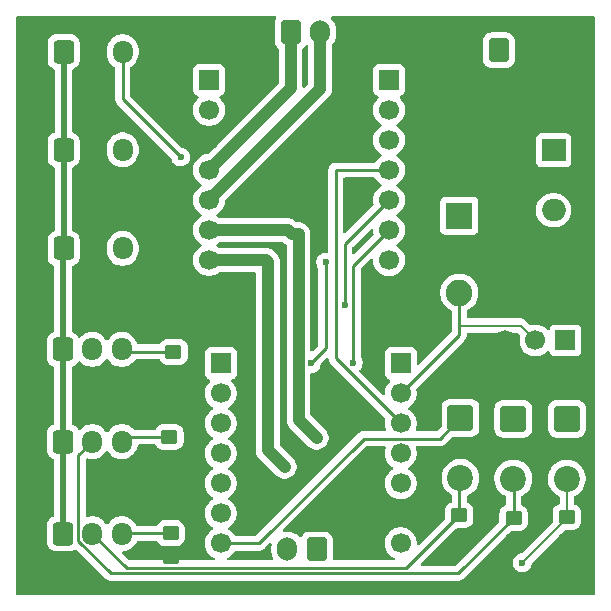
<source format=gbr>
%TF.GenerationSoftware,KiCad,Pcbnew,9.0.4*%
%TF.CreationDate,2025-09-18T17:41:51-06:00*%
%TF.ProjectId,sumo_bueno,73756d6f-5f62-4756-956e-6f2e6b696361,rev?*%
%TF.SameCoordinates,Original*%
%TF.FileFunction,Copper,L2,Bot*%
%TF.FilePolarity,Positive*%
%FSLAX46Y46*%
G04 Gerber Fmt 4.6, Leading zero omitted, Abs format (unit mm)*
G04 Created by KiCad (PCBNEW 9.0.4) date 2025-09-18 17:41:51*
%MOMM*%
%LPD*%
G01*
G04 APERTURE LIST*
G04 Aperture macros list*
%AMRoundRect*
0 Rectangle with rounded corners*
0 $1 Rounding radius*
0 $2 $3 $4 $5 $6 $7 $8 $9 X,Y pos of 4 corners*
0 Add a 4 corners polygon primitive as box body*
4,1,4,$2,$3,$4,$5,$6,$7,$8,$9,$2,$3,0*
0 Add four circle primitives for the rounded corners*
1,1,$1+$1,$2,$3*
1,1,$1+$1,$4,$5*
1,1,$1+$1,$6,$7*
1,1,$1+$1,$8,$9*
0 Add four rect primitives between the rounded corners*
20,1,$1+$1,$2,$3,$4,$5,0*
20,1,$1+$1,$4,$5,$6,$7,0*
20,1,$1+$1,$6,$7,$8,$9,0*
20,1,$1+$1,$8,$9,$2,$3,0*%
G04 Aperture macros list end*
%TA.AperFunction,ComponentPad*%
%ADD10R,1.700000X1.700000*%
%TD*%
%TA.AperFunction,ComponentPad*%
%ADD11C,1.700000*%
%TD*%
%TA.AperFunction,ComponentPad*%
%ADD12RoundRect,0.249999X-0.850001X0.850001X-0.850001X-0.850001X0.850001X-0.850001X0.850001X0.850001X0*%
%TD*%
%TA.AperFunction,ComponentPad*%
%ADD13C,2.200000*%
%TD*%
%TA.AperFunction,ComponentPad*%
%ADD14RoundRect,0.250000X-0.600000X-0.725000X0.600000X-0.725000X0.600000X0.725000X-0.600000X0.725000X0*%
%TD*%
%TA.AperFunction,ComponentPad*%
%ADD15O,1.700000X1.950000*%
%TD*%
%TA.AperFunction,ComponentPad*%
%ADD16RoundRect,0.250000X-0.600000X-0.750000X0.600000X-0.750000X0.600000X0.750000X-0.600000X0.750000X0*%
%TD*%
%TA.AperFunction,ComponentPad*%
%ADD17O,1.700000X2.000000*%
%TD*%
%TA.AperFunction,ComponentPad*%
%ADD18R,2.250000X2.250000*%
%TD*%
%TA.AperFunction,ComponentPad*%
%ADD19C,2.250000*%
%TD*%
%TA.AperFunction,ComponentPad*%
%ADD20R,2.000000X1.905000*%
%TD*%
%TA.AperFunction,ComponentPad*%
%ADD21O,2.000000X1.905000*%
%TD*%
%TA.AperFunction,SMDPad,CuDef*%
%ADD22RoundRect,0.250000X0.450000X-0.350000X0.450000X0.350000X-0.450000X0.350000X-0.450000X-0.350000X0*%
%TD*%
%TA.AperFunction,ComponentPad*%
%ADD23RoundRect,0.250000X0.600000X0.750000X-0.600000X0.750000X-0.600000X-0.750000X0.600000X-0.750000X0*%
%TD*%
%TA.AperFunction,ViaPad*%
%ADD24C,0.600000*%
%TD*%
%TA.AperFunction,Conductor*%
%ADD25C,0.200000*%
%TD*%
%TA.AperFunction,Conductor*%
%ADD26C,0.250000*%
%TD*%
%TA.AperFunction,Conductor*%
%ADD27C,0.500000*%
%TD*%
%TA.AperFunction,Conductor*%
%ADD28C,1.000000*%
%TD*%
G04 APERTURE END LIST*
D10*
%TO.P,S7,1,Pin_1*%
%TO.N,+5V*%
X237460000Y-84800000D03*
D11*
%TO.P,S7,2,Pin_2*%
%TO.N,/S7*%
X234920000Y-84800000D03*
%TO.P,S7,3,Pin_3*%
%TO.N,GND*%
X232380000Y-84800000D03*
%TD*%
D12*
%TO.P,D3,1,K*%
%TO.N,Net-(D1-K)*%
X237580000Y-91420000D03*
D13*
%TO.P,D3,2,A*%
%TO.N,/S1*%
X237580000Y-96500000D03*
%TD*%
D14*
%TO.P,S4,1,Pin_1*%
%TO.N,+5V*%
X194970000Y-77010000D03*
D15*
%TO.P,S4,2,Pin_2*%
%TO.N,GND*%
X197470000Y-77010000D03*
%TO.P,S4,3,Pin_3*%
%TO.N,/S4*%
X199970000Y-77010000D03*
%TD*%
D16*
%TO.P,Source1,1,Pin_1*%
%TO.N,+10V*%
X231810000Y-60220000D03*
D17*
%TO.P,Source1,2,Pin_2*%
%TO.N,GND*%
X234310000Y-60220000D03*
%TD*%
D14*
%TO.P,S1,1,Pin_1*%
%TO.N,+5V*%
X194900000Y-85560000D03*
D15*
%TO.P,S1,2,Pin_2*%
%TO.N,/S1*%
X197400000Y-85560000D03*
%TO.P,S1,3,Pin_3*%
%TO.N,Net-(S1-Pin_3)*%
X199900000Y-85560000D03*
%TD*%
D10*
%TO.P,J3,1,Pin_1*%
%TO.N,+10V*%
X207280000Y-62740000D03*
D11*
%TO.P,J3,2,Pin_2*%
%TO.N,+5V*%
X207280000Y-65280000D03*
%TO.P,J3,3,Pin_3*%
%TO.N,GND*%
X207280000Y-67820000D03*
%TO.P,J3,4,Pin_4*%
%TO.N,Net-(J3-Pin_4)*%
X207280000Y-70360000D03*
%TO.P,J3,5,Pin_5*%
%TO.N,Net-(J3-Pin_5)*%
X207280000Y-72900000D03*
%TO.P,J3,6,Pin_6*%
%TO.N,Net-(J3-Pin_6)*%
X207280000Y-75440000D03*
%TO.P,J3,7,Pin_7*%
%TO.N,Net-(J3-Pin_7)*%
X207280000Y-77980000D03*
%TO.P,J3,8,Pin_8*%
%TO.N,GND*%
X207280000Y-80520000D03*
%TD*%
D14*
%TO.P,S3,1,Pin_1*%
%TO.N,+5V*%
X194900000Y-101160000D03*
D15*
%TO.P,S3,2,Pin_2*%
%TO.N,/S3*%
X197400000Y-101160000D03*
%TO.P,S3,3,Pin_3*%
%TO.N,Net-(S3-Pin_3)*%
X199900000Y-101160000D03*
%TD*%
D10*
%TO.P,J4,1,Pin_1*%
%TO.N,/PWMA*%
X222520000Y-62750000D03*
D11*
%TO.P,J4,2,Pin_2*%
%TO.N,/MA1*%
X222520000Y-65290000D03*
%TO.P,J4,3,Pin_3*%
%TO.N,/MA2*%
X222520000Y-67830000D03*
%TO.P,J4,4,Pin_4*%
%TO.N,/Stby*%
X222520000Y-70370000D03*
%TO.P,J4,5,Pin_5*%
%TO.N,/MB1*%
X222520000Y-72910000D03*
%TO.P,J4,6,Pin_6*%
%TO.N,/MB2*%
X222520000Y-75450000D03*
%TO.P,J4,7,Pin_7*%
%TO.N,/PWMB*%
X222520000Y-77990000D03*
%TO.P,J4,8,Pin_8*%
%TO.N,GND*%
X222520000Y-80530000D03*
%TD*%
D18*
%TO.P,SW1,1,1*%
%TO.N,+5V*%
X228470000Y-74260000D03*
D19*
%TO.P,SW1,2,2*%
%TO.N,/S7*%
X228470000Y-80760000D03*
%TD*%
D20*
%TO.P,U2,1,VI*%
%TO.N,+10V*%
X236460000Y-68700000D03*
D21*
%TO.P,U2,2,GND*%
%TO.N,GND*%
X236460000Y-71240000D03*
%TO.P,U2,3,VO*%
%TO.N,+5V*%
X236460000Y-73780000D03*
%TD*%
D12*
%TO.P,D1,1,K*%
%TO.N,Net-(D1-K)*%
X228570000Y-91360000D03*
D13*
%TO.P,D1,2,A*%
%TO.N,/S3*%
X228570000Y-96440000D03*
%TD*%
D10*
%TO.P,J2,1,Pin_1*%
%TO.N,/PWMA*%
X223520000Y-86730000D03*
D11*
%TO.P,J2,2,Pin_2*%
%TO.N,/S7*%
X223520000Y-89270000D03*
%TO.P,J2,3,Pin_3*%
%TO.N,/Stby*%
X223520000Y-91810000D03*
%TO.P,J2,4,Pin_4*%
%TO.N,/MA2*%
X223520000Y-94350000D03*
%TO.P,J2,5,Pin_5*%
%TO.N,/MA1*%
X223520000Y-96890000D03*
%TO.P,J2,6,Pin_6*%
%TO.N,GND*%
X223520000Y-99430000D03*
%TO.P,J2,7,Pin_7*%
%TO.N,+5V*%
X223520000Y-101970000D03*
%TD*%
D14*
%TO.P,S6,1,Pin_1*%
%TO.N,+5V*%
X194970000Y-60350000D03*
D15*
%TO.P,S6,2,Pin_2*%
%TO.N,GND*%
X197470000Y-60350000D03*
%TO.P,S6,3,Pin_3*%
%TO.N,/S6*%
X199970000Y-60350000D03*
%TD*%
D14*
%TO.P,S2,1,Pin_1*%
%TO.N,+5V*%
X194900000Y-93360000D03*
D15*
%TO.P,S2,2,Pin_2*%
%TO.N,/S2*%
X197400000Y-93360000D03*
%TO.P,S2,3,Pin_3*%
%TO.N,Net-(S2-Pin_3)*%
X199900000Y-93360000D03*
%TD*%
D12*
%TO.P,D2,1,K*%
%TO.N,Net-(D1-K)*%
X233050000Y-91420000D03*
D13*
%TO.P,D2,2,A*%
%TO.N,/S2*%
X233050000Y-96500000D03*
%TD*%
D10*
%TO.P,J1,1,Pin_1*%
%TO.N,/S6*%
X208280000Y-86730000D03*
D11*
%TO.P,J1,2,Pin_2*%
%TO.N,/S5*%
X208280000Y-89270000D03*
%TO.P,J1,3,Pin_3*%
%TO.N,/S4*%
X208280000Y-91810000D03*
%TO.P,J1,4,Pin_4*%
%TO.N,/PWMB*%
X208280000Y-94350000D03*
%TO.P,J1,5,Pin_5*%
%TO.N,/MB1*%
X208280000Y-96890000D03*
%TO.P,J1,6,Pin_6*%
%TO.N,/MB2*%
X208280000Y-99430000D03*
%TO.P,J1,7,Pin_7*%
%TO.N,Net-(D1-K)*%
X208280000Y-101970000D03*
%TD*%
D14*
%TO.P,S5,1,Pin_1*%
%TO.N,+5V*%
X194970000Y-68660000D03*
D15*
%TO.P,S5,2,Pin_2*%
%TO.N,GND*%
X197470000Y-68660000D03*
%TO.P,S5,3,Pin_3*%
%TO.N,/S5*%
X199970000Y-68660000D03*
%TD*%
D16*
%TO.P,MotoA1,1,Pin_1*%
%TO.N,Net-(J3-Pin_4)*%
X214190000Y-58700000D03*
D17*
%TO.P,MotoA1,2,Pin_2*%
%TO.N,Net-(J3-Pin_5)*%
X216690000Y-58700000D03*
%TD*%
D22*
%TO.P,R4,1*%
%TO.N,GND*%
X228460000Y-101590000D03*
%TO.P,R4,2*%
%TO.N,/S3*%
X228460000Y-99590000D03*
%TD*%
%TO.P,R5,1*%
%TO.N,GND*%
X204020000Y-103130000D03*
%TO.P,R5,2*%
%TO.N,Net-(S3-Pin_3)*%
X204020000Y-101130000D03*
%TD*%
%TO.P,R1,1*%
%TO.N,GND*%
X204270000Y-87760000D03*
%TO.P,R1,2*%
%TO.N,Net-(S1-Pin_3)*%
X204270000Y-85760000D03*
%TD*%
%TO.P,R6,1*%
%TO.N,GND*%
X237570000Y-101760000D03*
%TO.P,R6,2*%
%TO.N,/S1*%
X237570000Y-99760000D03*
%TD*%
%TO.P,R3,1*%
%TO.N,GND*%
X203920000Y-94980000D03*
%TO.P,R3,2*%
%TO.N,Net-(S2-Pin_3)*%
X203920000Y-92980000D03*
%TD*%
D23*
%TO.P,MotorB1,1,Pin_1*%
%TO.N,Net-(J3-Pin_6)*%
X216410000Y-102480000D03*
D17*
%TO.P,MotorB1,2,Pin_2*%
%TO.N,Net-(J3-Pin_7)*%
X213910000Y-102480000D03*
%TD*%
D22*
%TO.P,R2,1*%
%TO.N,GND*%
X233070000Y-101810000D03*
%TO.P,R2,2*%
%TO.N,/S2*%
X233070000Y-99810000D03*
%TD*%
D24*
%TO.N,/S1*%
X233800000Y-103630000D03*
%TO.N,/S6*%
X204880000Y-69270000D03*
%TO.N,/MB1*%
X218770000Y-81820000D03*
%TO.N,/MB2*%
X219490000Y-86670000D03*
%TO.N,/PWMB*%
X217160000Y-78170000D03*
X215940000Y-86750000D03*
%TO.N,Net-(J3-Pin_7)*%
X213690000Y-95510000D03*
%TO.N,Net-(J3-Pin_6)*%
X216410000Y-93060000D03*
%TD*%
D25*
%TO.N,/S1*%
X237570000Y-99860000D02*
X233800000Y-103630000D01*
X237570000Y-99760000D02*
X237570000Y-99860000D01*
X237570000Y-96510000D02*
X237580000Y-96500000D01*
X237570000Y-99760000D02*
X237570000Y-96510000D01*
%TO.N,/S7*%
X233660000Y-83540000D02*
X228470000Y-83540000D01*
X234920000Y-84800000D02*
X233660000Y-83540000D01*
D26*
X228470000Y-83540000D02*
X228470000Y-80760000D01*
%TO.N,/S3*%
X200296000Y-104056000D02*
X223994000Y-104056000D01*
X228460000Y-99590000D02*
X228460000Y-96550000D01*
X228460000Y-96550000D02*
X228570000Y-96440000D01*
X223994000Y-104056000D02*
X228460000Y-99590000D01*
X197400000Y-101160000D02*
X200296000Y-104056000D01*
%TO.N,/S2*%
X196224000Y-94536000D02*
X196224000Y-101772115D01*
X233070000Y-96520000D02*
X233050000Y-96500000D01*
X198958885Y-104507000D02*
X228373000Y-104507000D01*
X228373000Y-104507000D02*
X233070000Y-99810000D01*
X197400000Y-93360000D02*
X196224000Y-94536000D01*
X196224000Y-101772115D02*
X198958885Y-104507000D01*
X233070000Y-99810000D02*
X233070000Y-96520000D01*
%TO.N,/S1*%
X238230000Y-96510000D02*
X238240000Y-96500000D01*
%TO.N,/S6*%
X199970000Y-64360000D02*
X199970000Y-60350000D01*
X204880000Y-69270000D02*
X199970000Y-64360000D01*
%TO.N,/MB1*%
X218770000Y-76660000D02*
X218770000Y-81820000D01*
X222520000Y-72910000D02*
X218770000Y-76660000D01*
%TO.N,/MB2*%
X219490000Y-78480000D02*
X219490000Y-86670000D01*
X222520000Y-75450000D02*
X219490000Y-78480000D01*
%TO.N,/PWMB*%
X217160000Y-85470000D02*
X217160000Y-78170000D01*
X215940000Y-86750000D02*
X215940000Y-86690000D01*
X215940000Y-86690000D02*
X217160000Y-85470000D01*
D27*
%TO.N,+5V*%
X194900000Y-85560000D02*
X194900000Y-93360000D01*
X194900000Y-93360000D02*
X194900000Y-101160000D01*
X194970000Y-60350000D02*
X194970000Y-68660000D01*
X194970000Y-77120000D02*
X194900000Y-77190000D01*
X194970000Y-77010000D02*
X194970000Y-77120000D01*
X194900000Y-77190000D02*
X194900000Y-85560000D01*
X194970000Y-68660000D02*
X194970000Y-77010000D01*
D26*
%TO.N,/Stby*%
X218020000Y-70370000D02*
X218020000Y-86310000D01*
X222520000Y-70370000D02*
X218020000Y-70370000D01*
X218020000Y-86310000D02*
X223520000Y-91810000D01*
%TO.N,/S7*%
X228470000Y-84320000D02*
X228470000Y-83540000D01*
X223520000Y-89270000D02*
X228470000Y-84320000D01*
D28*
%TO.N,Net-(J3-Pin_4)*%
X214190000Y-63450000D02*
X214190000Y-58700000D01*
X207280000Y-70360000D02*
X214190000Y-63450000D01*
%TO.N,Net-(J3-Pin_7)*%
X212260000Y-94080000D02*
X212260000Y-78120000D01*
X212260000Y-78120000D02*
X212120000Y-77980000D01*
X212120000Y-77980000D02*
X207280000Y-77980000D01*
X213690000Y-95510000D02*
X212260000Y-94080000D01*
%TO.N,Net-(J3-Pin_6)*%
X214860000Y-75790000D02*
X214280000Y-75790000D01*
X216410000Y-93060000D02*
X214860000Y-91510000D01*
X214280000Y-75790000D02*
X213930000Y-75440000D01*
X213930000Y-75440000D02*
X207280000Y-75440000D01*
X214860000Y-91510000D02*
X214860000Y-75790000D01*
%TO.N,Net-(J3-Pin_5)*%
X216690000Y-63490000D02*
X207280000Y-72900000D01*
X216690000Y-58700000D02*
X216690000Y-63490000D01*
D26*
%TO.N,Net-(S1-Pin_3)*%
X200100000Y-85760000D02*
X199900000Y-85560000D01*
X204270000Y-85760000D02*
X200100000Y-85760000D01*
%TO.N,Net-(S2-Pin_3)*%
X200444000Y-92816000D02*
X199900000Y-93360000D01*
X203920000Y-92980000D02*
X200280000Y-92980000D01*
X200280000Y-92980000D02*
X199900000Y-93360000D01*
%TO.N,Net-(S3-Pin_3)*%
X199930000Y-101130000D02*
X199900000Y-101160000D01*
X204020000Y-101130000D02*
X199930000Y-101130000D01*
%TO.N,Net-(D1-K)*%
X208280000Y-101970000D02*
X211500000Y-101970000D01*
X226820000Y-93110000D02*
X228570000Y-91360000D01*
X232990000Y-91360000D02*
X233050000Y-91420000D01*
X211500000Y-101970000D02*
X220360000Y-93110000D01*
X220360000Y-93110000D02*
X226820000Y-93110000D01*
%TD*%
%TA.AperFunction,Conductor*%
%TO.N,GND*%
G36*
X212922858Y-57370185D02*
G01*
X212968613Y-57422989D01*
X212978557Y-57492147D01*
X212961358Y-57539594D01*
X212947428Y-57562181D01*
X212905187Y-57630663D01*
X212905186Y-57630666D01*
X212850001Y-57797203D01*
X212850001Y-57797204D01*
X212850000Y-57797204D01*
X212839500Y-57899983D01*
X212839500Y-59500001D01*
X212839501Y-59500018D01*
X212850000Y-59602796D01*
X212850001Y-59602799D01*
X212905185Y-59769331D01*
X212905187Y-59769336D01*
X212930392Y-59810199D01*
X212997288Y-59918656D01*
X213121344Y-60042712D01*
X213130591Y-60048416D01*
X213177318Y-60100360D01*
X213189500Y-60153957D01*
X213189500Y-62984217D01*
X213169815Y-63051256D01*
X213153181Y-63071898D01*
X207251503Y-68973576D01*
X207190180Y-69007061D01*
X207174643Y-69009352D01*
X206963760Y-69042753D01*
X206761585Y-69108444D01*
X206572179Y-69204951D01*
X206400213Y-69329890D01*
X206249890Y-69480213D01*
X206124951Y-69652179D01*
X206028444Y-69841585D01*
X205962753Y-70043760D01*
X205939978Y-70187555D01*
X205929500Y-70253713D01*
X205929500Y-70466287D01*
X205962754Y-70676243D01*
X205966003Y-70686243D01*
X206028444Y-70878414D01*
X206124951Y-71067820D01*
X206249890Y-71239786D01*
X206400213Y-71390109D01*
X206572182Y-71515050D01*
X206580946Y-71519516D01*
X206631742Y-71567491D01*
X206648536Y-71635312D01*
X206625998Y-71701447D01*
X206580946Y-71740484D01*
X206572182Y-71744949D01*
X206400213Y-71869890D01*
X206249890Y-72020213D01*
X206124951Y-72192179D01*
X206028444Y-72381585D01*
X205962753Y-72583760D01*
X205932075Y-72777454D01*
X205929500Y-72793713D01*
X205929500Y-73006287D01*
X205962754Y-73216243D01*
X205966003Y-73226243D01*
X206028444Y-73418414D01*
X206124951Y-73607820D01*
X206249890Y-73779786D01*
X206400213Y-73930109D01*
X206572182Y-74055050D01*
X206580946Y-74059516D01*
X206631742Y-74107491D01*
X206648536Y-74175312D01*
X206625998Y-74241447D01*
X206580946Y-74280484D01*
X206572182Y-74284949D01*
X206400213Y-74409890D01*
X206249890Y-74560213D01*
X206124951Y-74732179D01*
X206028444Y-74921585D01*
X205962753Y-75123760D01*
X205929500Y-75333713D01*
X205929500Y-75546286D01*
X205960584Y-75742547D01*
X205962754Y-75756243D01*
X206009434Y-75899910D01*
X206028444Y-75958414D01*
X206124951Y-76147820D01*
X206249890Y-76319786D01*
X206400213Y-76470109D01*
X206572182Y-76595050D01*
X206580946Y-76599516D01*
X206631742Y-76647491D01*
X206648536Y-76715312D01*
X206625998Y-76781447D01*
X206580946Y-76820484D01*
X206572182Y-76824949D01*
X206400213Y-76949890D01*
X206249890Y-77100213D01*
X206124951Y-77272179D01*
X206028444Y-77461585D01*
X205962753Y-77663760D01*
X205943549Y-77785009D01*
X205929500Y-77873713D01*
X205929500Y-78086287D01*
X205931084Y-78096286D01*
X205961772Y-78290048D01*
X205962754Y-78296243D01*
X206023235Y-78482384D01*
X206028444Y-78498414D01*
X206124951Y-78687820D01*
X206249890Y-78859786D01*
X206400213Y-79010109D01*
X206572179Y-79135048D01*
X206572181Y-79135049D01*
X206572184Y-79135051D01*
X206761588Y-79231557D01*
X206963757Y-79297246D01*
X207173713Y-79330500D01*
X207173714Y-79330500D01*
X207386286Y-79330500D01*
X207386287Y-79330500D01*
X207596243Y-79297246D01*
X207798412Y-79231557D01*
X207987816Y-79135051D01*
X208029866Y-79104500D01*
X208163734Y-79007241D01*
X208164364Y-79008108D01*
X208223419Y-78981641D01*
X208240200Y-78980500D01*
X211135500Y-78980500D01*
X211202539Y-79000185D01*
X211248294Y-79052989D01*
X211259500Y-79104500D01*
X211259500Y-94178544D01*
X211278724Y-94275188D01*
X211294310Y-94353546D01*
X211297948Y-94371832D01*
X211297950Y-94371840D01*
X211373364Y-94553907D01*
X211373371Y-94553920D01*
X211482859Y-94717780D01*
X211482860Y-94717781D01*
X211482861Y-94717782D01*
X211622218Y-94857139D01*
X211622219Y-94857139D01*
X211629286Y-94864206D01*
X211629285Y-94864206D01*
X211629289Y-94864209D01*
X213052214Y-96287136D01*
X213052218Y-96287139D01*
X213216078Y-96396627D01*
X213216084Y-96396630D01*
X213216085Y-96396631D01*
X213398164Y-96472051D01*
X213591454Y-96510499D01*
X213591457Y-96510500D01*
X213591459Y-96510500D01*
X213788542Y-96510500D01*
X213788543Y-96510499D01*
X213981835Y-96472051D01*
X214163914Y-96396631D01*
X214327781Y-96287139D01*
X214467139Y-96147781D01*
X214576631Y-95983914D01*
X214652051Y-95801835D01*
X214690500Y-95608540D01*
X214690500Y-95411459D01*
X214690500Y-95411456D01*
X214690499Y-95411454D01*
X214652051Y-95218164D01*
X214576631Y-95036085D01*
X214576630Y-95036084D01*
X214576627Y-95036078D01*
X214467139Y-94872218D01*
X214467136Y-94872214D01*
X213296819Y-93701897D01*
X213263334Y-93640574D01*
X213260500Y-93614216D01*
X213260500Y-78021458D01*
X213260499Y-78021455D01*
X213259174Y-78014792D01*
X213227406Y-77855084D01*
X213222051Y-77828164D01*
X213191882Y-77755331D01*
X213153953Y-77663760D01*
X213146635Y-77646092D01*
X213146633Y-77646088D01*
X213146632Y-77646086D01*
X213143424Y-77641285D01*
X213037139Y-77482217D01*
X212757785Y-77202863D01*
X212757781Y-77202860D01*
X212593920Y-77093371D01*
X212593911Y-77093366D01*
X212521315Y-77063296D01*
X212465165Y-77040038D01*
X212411836Y-77017949D01*
X212411832Y-77017948D01*
X212411828Y-77017946D01*
X212315188Y-76998724D01*
X212218544Y-76979500D01*
X212218541Y-76979500D01*
X208240200Y-76979500D01*
X208173161Y-76959815D01*
X208160634Y-76950506D01*
X207987820Y-76824951D01*
X207987115Y-76824591D01*
X207979054Y-76820485D01*
X207928259Y-76772512D01*
X207911463Y-76704692D01*
X207933999Y-76638556D01*
X207979054Y-76599515D01*
X207987816Y-76595051D01*
X208024007Y-76568757D01*
X208163734Y-76467241D01*
X208164364Y-76468108D01*
X208223419Y-76441641D01*
X208240200Y-76440500D01*
X213464217Y-76440500D01*
X213490239Y-76448141D01*
X213517042Y-76452315D01*
X213526071Y-76458662D01*
X213531256Y-76460185D01*
X213546509Y-76471742D01*
X213549274Y-76474195D01*
X213642219Y-76567140D01*
X213683046Y-76594419D01*
X213804391Y-76675499D01*
X213849196Y-76729111D01*
X213859500Y-76778601D01*
X213859500Y-91608541D01*
X213859500Y-91608543D01*
X213859499Y-91608543D01*
X213897947Y-91801829D01*
X213897950Y-91801839D01*
X213973364Y-91983907D01*
X213973371Y-91983920D01*
X214082860Y-92147781D01*
X214082863Y-92147785D01*
X214226537Y-92291459D01*
X214226559Y-92291479D01*
X215772215Y-93837136D01*
X215772219Y-93837139D01*
X215936079Y-93946627D01*
X215936083Y-93946629D01*
X215936086Y-93946631D01*
X216118164Y-94022051D01*
X216311455Y-94060499D01*
X216311458Y-94060500D01*
X216311460Y-94060500D01*
X216508542Y-94060500D01*
X216508543Y-94060499D01*
X216701836Y-94022051D01*
X216883914Y-93946631D01*
X217047781Y-93837139D01*
X217187139Y-93697781D01*
X217296631Y-93533914D01*
X217372051Y-93351836D01*
X217410500Y-93158540D01*
X217410500Y-92961460D01*
X217410500Y-92961457D01*
X217410499Y-92961455D01*
X217378923Y-92802712D01*
X217372051Y-92768164D01*
X217296631Y-92586086D01*
X217296629Y-92586083D01*
X217296627Y-92586079D01*
X217187139Y-92422219D01*
X217187136Y-92422215D01*
X215896819Y-91131898D01*
X215863334Y-91070575D01*
X215860500Y-91044217D01*
X215860500Y-87674500D01*
X215880185Y-87607461D01*
X215932989Y-87561706D01*
X215984500Y-87550500D01*
X216018844Y-87550500D01*
X216018845Y-87550499D01*
X216173497Y-87519737D01*
X216319179Y-87459394D01*
X216450289Y-87371789D01*
X216561789Y-87260289D01*
X216649394Y-87129179D01*
X216709737Y-86983497D01*
X216740500Y-86828842D01*
X216740500Y-86825452D01*
X216741002Y-86823740D01*
X216741097Y-86822782D01*
X216741278Y-86822799D01*
X216760185Y-86758413D01*
X216776819Y-86737771D01*
X216973659Y-86540931D01*
X217188732Y-86325857D01*
X217197638Y-86320994D01*
X217203863Y-86312978D01*
X217227786Y-86304532D01*
X217250053Y-86292374D01*
X217260176Y-86293097D01*
X217269748Y-86289719D01*
X217294439Y-86295548D01*
X217319744Y-86297358D01*
X217327869Y-86303440D01*
X217337748Y-86305773D01*
X217355366Y-86324024D01*
X217375678Y-86339229D01*
X217380517Y-86350079D01*
X217386274Y-86356042D01*
X217398023Y-86389323D01*
X217398713Y-86392788D01*
X217398715Y-86392815D01*
X217398718Y-86392815D01*
X217418535Y-86492446D01*
X217418539Y-86492459D01*
X217426404Y-86511446D01*
X217428499Y-86516503D01*
X217465688Y-86606286D01*
X217480460Y-86628393D01*
X217485465Y-86635883D01*
X217534140Y-86708731D01*
X217534141Y-86708732D01*
X217534142Y-86708733D01*
X217621267Y-86795858D01*
X217621268Y-86795858D01*
X217628335Y-86802925D01*
X217628334Y-86802925D01*
X217628338Y-86802928D01*
X222177571Y-91352162D01*
X222211056Y-91413485D01*
X222207821Y-91478160D01*
X222202754Y-91493753D01*
X222169500Y-91703713D01*
X222169500Y-91916287D01*
X222170469Y-91922405D01*
X222195421Y-92079949D01*
X222202754Y-92126243D01*
X222266074Y-92321120D01*
X222266419Y-92322182D01*
X222268414Y-92392023D01*
X222232334Y-92451856D01*
X222169633Y-92482684D01*
X222148488Y-92484500D01*
X220421607Y-92484500D01*
X220298393Y-92484500D01*
X220249919Y-92494142D01*
X220249918Y-92494141D01*
X220177555Y-92508535D01*
X220177545Y-92508538D01*
X220063716Y-92555687D01*
X220063707Y-92555692D01*
X219961268Y-92624140D01*
X219917705Y-92667703D01*
X219874142Y-92711267D01*
X219874139Y-92711270D01*
X211277229Y-101308181D01*
X211215906Y-101341666D01*
X211189548Y-101344500D01*
X209552981Y-101344500D01*
X209485942Y-101324815D01*
X209442497Y-101276797D01*
X209435049Y-101262180D01*
X209310109Y-101090213D01*
X209159786Y-100939890D01*
X208987820Y-100814951D01*
X208987115Y-100814591D01*
X208979054Y-100810485D01*
X208928259Y-100762512D01*
X208911463Y-100694692D01*
X208933999Y-100628556D01*
X208979054Y-100589515D01*
X208987816Y-100585051D01*
X209059858Y-100532710D01*
X209159786Y-100460109D01*
X209159788Y-100460106D01*
X209159792Y-100460104D01*
X209310104Y-100309792D01*
X209310106Y-100309788D01*
X209310109Y-100309786D01*
X209435048Y-100137820D01*
X209435047Y-100137820D01*
X209435051Y-100137816D01*
X209531557Y-99948412D01*
X209597246Y-99746243D01*
X209630500Y-99536287D01*
X209630500Y-99323713D01*
X209597246Y-99113757D01*
X209531557Y-98911588D01*
X209435051Y-98722184D01*
X209435049Y-98722181D01*
X209435048Y-98722179D01*
X209310109Y-98550213D01*
X209159786Y-98399890D01*
X208987820Y-98274951D01*
X208987115Y-98274591D01*
X208979054Y-98270485D01*
X208928259Y-98222512D01*
X208911463Y-98154692D01*
X208933999Y-98088556D01*
X208979054Y-98049515D01*
X208987816Y-98045051D01*
X209062213Y-97990999D01*
X209159786Y-97920109D01*
X209159788Y-97920106D01*
X209159792Y-97920104D01*
X209310104Y-97769792D01*
X209310106Y-97769788D01*
X209310109Y-97769786D01*
X209435048Y-97597820D01*
X209435047Y-97597820D01*
X209435051Y-97597816D01*
X209531557Y-97408412D01*
X209597246Y-97206243D01*
X209630500Y-96996287D01*
X209630500Y-96783713D01*
X209597246Y-96573757D01*
X209531557Y-96371588D01*
X209435051Y-96182184D01*
X209435049Y-96182181D01*
X209435048Y-96182179D01*
X209310109Y-96010213D01*
X209159786Y-95859890D01*
X208987820Y-95734951D01*
X208987115Y-95734591D01*
X208979054Y-95730485D01*
X208928259Y-95682512D01*
X208911463Y-95614692D01*
X208933999Y-95548556D01*
X208979054Y-95509515D01*
X208987816Y-95505051D01*
X209009789Y-95489086D01*
X209159786Y-95380109D01*
X209159788Y-95380106D01*
X209159792Y-95380104D01*
X209310104Y-95229792D01*
X209310106Y-95229788D01*
X209310109Y-95229786D01*
X209435048Y-95057820D01*
X209435047Y-95057820D01*
X209435051Y-95057816D01*
X209531557Y-94868412D01*
X209597246Y-94666243D01*
X209630500Y-94456287D01*
X209630500Y-94243713D01*
X209597246Y-94033757D01*
X209531557Y-93831588D01*
X209435051Y-93642184D01*
X209435049Y-93642181D01*
X209435048Y-93642179D01*
X209310109Y-93470213D01*
X209159786Y-93319890D01*
X208987820Y-93194951D01*
X208987115Y-93194591D01*
X208979054Y-93190485D01*
X208928259Y-93142512D01*
X208911463Y-93074692D01*
X208933999Y-93008556D01*
X208979054Y-92969515D01*
X208987816Y-92965051D01*
X209084490Y-92894814D01*
X209159786Y-92840109D01*
X209159788Y-92840106D01*
X209159792Y-92840104D01*
X209310104Y-92689792D01*
X209310106Y-92689788D01*
X209310109Y-92689786D01*
X209435048Y-92517820D01*
X209435047Y-92517820D01*
X209435051Y-92517816D01*
X209531557Y-92328412D01*
X209597246Y-92126243D01*
X209630500Y-91916287D01*
X209630500Y-91703713D01*
X209597246Y-91493757D01*
X209531557Y-91291588D01*
X209435051Y-91102184D01*
X209435049Y-91102181D01*
X209435048Y-91102179D01*
X209310109Y-90930213D01*
X209159786Y-90779890D01*
X208987820Y-90654951D01*
X208987115Y-90654591D01*
X208979054Y-90650485D01*
X208928259Y-90602512D01*
X208911463Y-90534692D01*
X208933999Y-90468556D01*
X208979054Y-90429515D01*
X208987816Y-90425051D01*
X209009789Y-90409086D01*
X209159786Y-90300109D01*
X209159788Y-90300106D01*
X209159792Y-90300104D01*
X209310104Y-90149792D01*
X209310106Y-90149788D01*
X209310109Y-90149786D01*
X209435048Y-89977820D01*
X209435047Y-89977820D01*
X209435051Y-89977816D01*
X209531557Y-89788412D01*
X209597246Y-89586243D01*
X209630500Y-89376287D01*
X209630500Y-89163713D01*
X209597246Y-88953757D01*
X209531557Y-88751588D01*
X209435051Y-88562184D01*
X209435049Y-88562181D01*
X209435048Y-88562179D01*
X209310109Y-88390213D01*
X209196569Y-88276673D01*
X209163084Y-88215350D01*
X209168068Y-88145658D01*
X209209940Y-88089725D01*
X209240915Y-88072810D01*
X209372331Y-88023796D01*
X209487546Y-87937546D01*
X209573796Y-87822331D01*
X209624091Y-87687483D01*
X209630500Y-87627873D01*
X209630499Y-85832128D01*
X209624091Y-85772517D01*
X209619764Y-85760917D01*
X209573797Y-85637671D01*
X209573793Y-85637664D01*
X209487547Y-85522455D01*
X209487544Y-85522452D01*
X209372335Y-85436206D01*
X209372328Y-85436202D01*
X209237482Y-85385908D01*
X209237483Y-85385908D01*
X209177883Y-85379501D01*
X209177881Y-85379500D01*
X209177873Y-85379500D01*
X209177864Y-85379500D01*
X207382129Y-85379500D01*
X207382123Y-85379501D01*
X207322516Y-85385908D01*
X207187671Y-85436202D01*
X207187664Y-85436206D01*
X207072455Y-85522452D01*
X207072452Y-85522455D01*
X206986206Y-85637664D01*
X206986202Y-85637671D01*
X206935908Y-85772517D01*
X206929717Y-85830109D01*
X206929501Y-85832123D01*
X206929500Y-85832135D01*
X206929500Y-87627870D01*
X206929501Y-87627876D01*
X206935908Y-87687483D01*
X206986202Y-87822328D01*
X206986206Y-87822335D01*
X207072452Y-87937544D01*
X207072455Y-87937547D01*
X207187664Y-88023793D01*
X207187671Y-88023797D01*
X207319082Y-88072810D01*
X207375016Y-88114681D01*
X207399433Y-88180145D01*
X207384582Y-88248418D01*
X207363431Y-88276673D01*
X207249889Y-88390215D01*
X207124951Y-88562179D01*
X207028444Y-88751585D01*
X206962753Y-88953760D01*
X206929500Y-89163713D01*
X206929500Y-89376287D01*
X206962754Y-89586243D01*
X206973304Y-89618713D01*
X207028444Y-89788414D01*
X207124951Y-89977820D01*
X207249890Y-90149786D01*
X207400213Y-90300109D01*
X207572182Y-90425050D01*
X207580946Y-90429516D01*
X207631742Y-90477491D01*
X207648536Y-90545312D01*
X207625998Y-90611447D01*
X207580946Y-90650484D01*
X207572182Y-90654949D01*
X207400213Y-90779890D01*
X207249890Y-90930213D01*
X207124951Y-91102179D01*
X207028444Y-91291585D01*
X206962753Y-91493760D01*
X206929500Y-91703713D01*
X206929500Y-91916287D01*
X206930469Y-91922405D01*
X206955421Y-92079949D01*
X206962754Y-92126243D01*
X207025715Y-92320017D01*
X207028444Y-92328414D01*
X207124951Y-92517820D01*
X207249890Y-92689786D01*
X207400213Y-92840109D01*
X207572182Y-92965050D01*
X207580946Y-92969516D01*
X207631742Y-93017491D01*
X207648536Y-93085312D01*
X207625998Y-93151447D01*
X207580946Y-93190484D01*
X207572182Y-93194949D01*
X207400213Y-93319890D01*
X207249890Y-93470213D01*
X207124951Y-93642179D01*
X207028444Y-93831585D01*
X206962753Y-94033760D01*
X206929500Y-94243713D01*
X206929500Y-94456286D01*
X206958605Y-94640051D01*
X206962754Y-94666243D01*
X207027077Y-94864209D01*
X207028444Y-94868414D01*
X207124951Y-95057820D01*
X207249890Y-95229786D01*
X207400213Y-95380109D01*
X207572182Y-95505050D01*
X207580946Y-95509516D01*
X207631742Y-95557491D01*
X207648536Y-95625312D01*
X207625998Y-95691447D01*
X207580946Y-95730484D01*
X207572182Y-95734949D01*
X207400213Y-95859890D01*
X207249890Y-96010213D01*
X207124951Y-96182179D01*
X207028444Y-96371585D01*
X206962753Y-96573760D01*
X206954485Y-96625962D01*
X206929500Y-96783713D01*
X206929500Y-96996287D01*
X206962754Y-97206243D01*
X207005840Y-97338848D01*
X207028444Y-97408414D01*
X207124951Y-97597820D01*
X207249890Y-97769786D01*
X207400213Y-97920109D01*
X207572182Y-98045050D01*
X207580946Y-98049516D01*
X207631742Y-98097491D01*
X207648536Y-98165312D01*
X207625998Y-98231447D01*
X207580946Y-98270484D01*
X207572182Y-98274949D01*
X207400213Y-98399890D01*
X207249890Y-98550213D01*
X207124951Y-98722179D01*
X207028444Y-98911585D01*
X206962753Y-99113760D01*
X206929500Y-99323713D01*
X206929500Y-99536286D01*
X206962259Y-99743123D01*
X206962754Y-99746243D01*
X206997944Y-99854547D01*
X207028444Y-99948414D01*
X207124951Y-100137820D01*
X207249890Y-100309786D01*
X207400213Y-100460109D01*
X207572182Y-100585050D01*
X207580946Y-100589516D01*
X207631742Y-100637491D01*
X207648536Y-100705312D01*
X207625998Y-100771447D01*
X207580946Y-100810484D01*
X207572182Y-100814949D01*
X207400213Y-100939890D01*
X207249890Y-101090213D01*
X207124951Y-101262179D01*
X207028444Y-101451585D01*
X206962753Y-101653760D01*
X206939697Y-101799331D01*
X206929500Y-101863713D01*
X206929500Y-102076287D01*
X206962754Y-102286243D01*
X207024966Y-102477712D01*
X207028444Y-102488414D01*
X207124951Y-102677820D01*
X207249890Y-102849786D01*
X207400213Y-103000109D01*
X207572179Y-103125048D01*
X207572181Y-103125049D01*
X207572184Y-103125051D01*
X207618033Y-103148412D01*
X207711459Y-103196015D01*
X207762255Y-103243990D01*
X207779050Y-103311811D01*
X207756513Y-103377945D01*
X207701798Y-103421397D01*
X207655164Y-103430500D01*
X200606453Y-103430500D01*
X200539414Y-103410815D01*
X200518772Y-103394181D01*
X199965836Y-102841245D01*
X199932351Y-102779922D01*
X199937335Y-102710230D01*
X199979207Y-102654297D01*
X200034117Y-102631092D01*
X200172308Y-102609204D01*
X200216238Y-102602247D01*
X200216238Y-102602246D01*
X200216243Y-102602246D01*
X200418412Y-102536557D01*
X200607816Y-102440051D01*
X200629789Y-102424086D01*
X200779786Y-102315109D01*
X200779788Y-102315106D01*
X200779792Y-102315104D01*
X200930104Y-102164792D01*
X200930106Y-102164788D01*
X200930109Y-102164786D01*
X201055048Y-101992820D01*
X201055047Y-101992820D01*
X201055051Y-101992816D01*
X201141472Y-101823205D01*
X201189447Y-101772409D01*
X201251957Y-101755500D01*
X202788942Y-101755500D01*
X202855981Y-101775185D01*
X202894479Y-101814401D01*
X202977288Y-101948656D01*
X203101344Y-102072712D01*
X203250666Y-102164814D01*
X203417203Y-102219999D01*
X203519991Y-102230500D01*
X204520008Y-102230499D01*
X204520016Y-102230498D01*
X204520019Y-102230498D01*
X204586449Y-102223712D01*
X204622797Y-102219999D01*
X204789334Y-102164814D01*
X204938656Y-102072712D01*
X205062712Y-101948656D01*
X205154814Y-101799334D01*
X205209999Y-101632797D01*
X205220500Y-101530009D01*
X205220499Y-100729992D01*
X205219319Y-100718444D01*
X205209999Y-100627203D01*
X205209998Y-100627200D01*
X205193912Y-100578656D01*
X205154814Y-100460666D01*
X205062712Y-100311344D01*
X204938656Y-100187288D01*
X204789334Y-100095186D01*
X204622797Y-100040001D01*
X204622795Y-100040000D01*
X204520010Y-100029500D01*
X203519998Y-100029500D01*
X203519980Y-100029501D01*
X203417203Y-100040000D01*
X203417200Y-100040001D01*
X203250668Y-100095185D01*
X203250663Y-100095187D01*
X203101342Y-100187289D01*
X202977289Y-100311342D01*
X202967520Y-100327180D01*
X202904511Y-100429336D01*
X202894481Y-100445597D01*
X202842533Y-100492321D01*
X202788942Y-100504500D01*
X201221386Y-100504500D01*
X201154347Y-100484815D01*
X201110901Y-100436795D01*
X201076071Y-100368438D01*
X201055051Y-100327184D01*
X201042411Y-100309786D01*
X200930109Y-100155213D01*
X200779786Y-100004890D01*
X200607820Y-99879951D01*
X200418414Y-99783444D01*
X200418413Y-99783443D01*
X200418412Y-99783443D01*
X200216243Y-99717754D01*
X200216241Y-99717753D01*
X200216240Y-99717753D01*
X200054957Y-99692208D01*
X200006287Y-99684500D01*
X199793713Y-99684500D01*
X199745042Y-99692208D01*
X199583760Y-99717753D01*
X199381585Y-99783444D01*
X199192179Y-99879951D01*
X199020213Y-100004890D01*
X198869894Y-100155209D01*
X198869890Y-100155214D01*
X198750318Y-100319793D01*
X198694989Y-100362459D01*
X198625375Y-100368438D01*
X198563580Y-100335833D01*
X198549682Y-100319793D01*
X198430109Y-100155214D01*
X198430105Y-100155209D01*
X198279786Y-100004890D01*
X198107820Y-99879951D01*
X197918414Y-99783444D01*
X197918413Y-99783443D01*
X197918412Y-99783443D01*
X197716243Y-99717754D01*
X197716241Y-99717753D01*
X197716240Y-99717753D01*
X197554957Y-99692208D01*
X197506287Y-99684500D01*
X197293713Y-99684500D01*
X197254202Y-99690757D01*
X197083759Y-99717753D01*
X197083755Y-99717754D01*
X197011817Y-99741128D01*
X196941976Y-99743123D01*
X196882143Y-99707042D01*
X196851316Y-99644341D01*
X196849500Y-99623197D01*
X196849500Y-94896802D01*
X196869185Y-94829763D01*
X196921989Y-94784008D01*
X196991147Y-94774064D01*
X197011813Y-94778869D01*
X197083757Y-94802246D01*
X197293713Y-94835500D01*
X197293714Y-94835500D01*
X197506286Y-94835500D01*
X197506287Y-94835500D01*
X197716243Y-94802246D01*
X197918412Y-94736557D01*
X198107816Y-94640051D01*
X198129789Y-94624086D01*
X198279786Y-94515109D01*
X198279788Y-94515106D01*
X198279792Y-94515104D01*
X198430104Y-94364792D01*
X198549683Y-94200204D01*
X198605011Y-94157540D01*
X198674624Y-94151561D01*
X198736420Y-94184166D01*
X198750313Y-94200199D01*
X198861725Y-94353546D01*
X198869896Y-94364792D01*
X199020213Y-94515109D01*
X199192179Y-94640048D01*
X199192181Y-94640049D01*
X199192184Y-94640051D01*
X199381588Y-94736557D01*
X199583757Y-94802246D01*
X199793713Y-94835500D01*
X199793714Y-94835500D01*
X200006286Y-94835500D01*
X200006287Y-94835500D01*
X200216243Y-94802246D01*
X200418412Y-94736557D01*
X200607816Y-94640051D01*
X200629789Y-94624086D01*
X200779786Y-94515109D01*
X200779788Y-94515106D01*
X200779792Y-94515104D01*
X200930104Y-94364792D01*
X200930106Y-94364788D01*
X200930109Y-94364786D01*
X201055048Y-94192820D01*
X201055047Y-94192820D01*
X201055051Y-94192816D01*
X201151557Y-94003412D01*
X201217246Y-93801243D01*
X201229414Y-93724419D01*
X201231682Y-93710101D01*
X201261612Y-93646967D01*
X201320923Y-93610036D01*
X201354155Y-93605500D01*
X202688942Y-93605500D01*
X202755981Y-93625185D01*
X202794479Y-93664401D01*
X202877288Y-93798656D01*
X203001344Y-93922712D01*
X203150666Y-94014814D01*
X203317203Y-94069999D01*
X203419991Y-94080500D01*
X204420008Y-94080499D01*
X204420016Y-94080498D01*
X204420019Y-94080498D01*
X204476302Y-94074748D01*
X204522797Y-94069999D01*
X204689334Y-94014814D01*
X204838656Y-93922712D01*
X204962712Y-93798656D01*
X205054814Y-93649334D01*
X205109999Y-93482797D01*
X205120500Y-93380009D01*
X205120499Y-92579992D01*
X205118016Y-92555689D01*
X205109999Y-92477203D01*
X205109998Y-92477200D01*
X205075206Y-92372206D01*
X205054814Y-92310666D01*
X204962712Y-92161344D01*
X204838656Y-92037288D01*
X204697442Y-91950187D01*
X204689336Y-91945187D01*
X204689331Y-91945185D01*
X204687862Y-91944698D01*
X204522797Y-91890001D01*
X204522795Y-91890000D01*
X204420010Y-91879500D01*
X203419998Y-91879500D01*
X203419980Y-91879501D01*
X203317203Y-91890000D01*
X203317200Y-91890001D01*
X203150668Y-91945185D01*
X203150663Y-91945187D01*
X203001342Y-92037289D01*
X202877289Y-92161342D01*
X202877288Y-92161344D01*
X202799697Y-92287141D01*
X202794481Y-92295597D01*
X202742533Y-92342321D01*
X202688942Y-92354500D01*
X200980758Y-92354500D01*
X200913719Y-92334815D01*
X200893077Y-92318181D01*
X200779786Y-92204890D01*
X200607820Y-92079951D01*
X200418414Y-91983444D01*
X200418413Y-91983443D01*
X200418412Y-91983443D01*
X200216243Y-91917754D01*
X200216241Y-91917753D01*
X200216240Y-91917753D01*
X200054957Y-91892208D01*
X200006287Y-91884500D01*
X199793713Y-91884500D01*
X199745042Y-91892208D01*
X199583760Y-91917753D01*
X199381585Y-91983444D01*
X199192179Y-92079951D01*
X199020213Y-92204890D01*
X198869894Y-92355209D01*
X198869890Y-92355214D01*
X198750318Y-92519793D01*
X198694989Y-92562459D01*
X198625375Y-92568438D01*
X198563580Y-92535833D01*
X198549682Y-92519793D01*
X198430109Y-92355214D01*
X198430105Y-92355209D01*
X198279786Y-92204890D01*
X198107820Y-92079951D01*
X197918414Y-91983444D01*
X197918413Y-91983443D01*
X197918412Y-91983443D01*
X197716243Y-91917754D01*
X197716241Y-91917753D01*
X197716240Y-91917753D01*
X197554957Y-91892208D01*
X197506287Y-91884500D01*
X197293713Y-91884500D01*
X197245042Y-91892208D01*
X197083760Y-91917753D01*
X196881585Y-91983444D01*
X196692179Y-92079951D01*
X196520215Y-92204889D01*
X196381398Y-92343706D01*
X196320075Y-92377190D01*
X196250383Y-92372206D01*
X196194450Y-92330334D01*
X196188178Y-92321120D01*
X196167218Y-92287139D01*
X196092712Y-92166344D01*
X195968656Y-92042288D01*
X195819334Y-91950186D01*
X195735495Y-91922404D01*
X195678051Y-91882632D01*
X195651228Y-91818116D01*
X195650500Y-91804699D01*
X195650500Y-87115300D01*
X195670185Y-87048261D01*
X195722989Y-87002506D01*
X195735482Y-86997599D01*
X195819334Y-86969814D01*
X195968656Y-86877712D01*
X196092712Y-86753656D01*
X196184814Y-86604334D01*
X196184814Y-86604331D01*
X196188178Y-86598879D01*
X196240126Y-86552154D01*
X196309088Y-86540931D01*
X196373170Y-86568774D01*
X196381398Y-86576294D01*
X196520213Y-86715109D01*
X196692179Y-86840048D01*
X196692181Y-86840049D01*
X196692184Y-86840051D01*
X196881588Y-86936557D01*
X197083757Y-87002246D01*
X197293713Y-87035500D01*
X197293714Y-87035500D01*
X197506286Y-87035500D01*
X197506287Y-87035500D01*
X197716243Y-87002246D01*
X197918412Y-86936557D01*
X198107816Y-86840051D01*
X198131585Y-86822782D01*
X198279786Y-86715109D01*
X198279788Y-86715106D01*
X198279792Y-86715104D01*
X198430104Y-86564792D01*
X198549683Y-86400204D01*
X198605011Y-86357540D01*
X198674624Y-86351561D01*
X198736420Y-86384166D01*
X198750313Y-86400199D01*
X198832679Y-86513567D01*
X198869896Y-86564792D01*
X199020213Y-86715109D01*
X199192179Y-86840048D01*
X199192181Y-86840049D01*
X199192184Y-86840051D01*
X199381588Y-86936557D01*
X199583757Y-87002246D01*
X199793713Y-87035500D01*
X199793714Y-87035500D01*
X200006286Y-87035500D01*
X200006287Y-87035500D01*
X200216243Y-87002246D01*
X200418412Y-86936557D01*
X200607816Y-86840051D01*
X200631585Y-86822782D01*
X200779786Y-86715109D01*
X200779788Y-86715106D01*
X200779792Y-86715104D01*
X200930104Y-86564792D01*
X201023229Y-86436614D01*
X201078558Y-86393949D01*
X201123547Y-86385500D01*
X203038942Y-86385500D01*
X203105981Y-86405185D01*
X203144479Y-86444401D01*
X203227288Y-86578656D01*
X203351344Y-86702712D01*
X203500666Y-86794814D01*
X203667203Y-86849999D01*
X203769991Y-86860500D01*
X204770008Y-86860499D01*
X204770016Y-86860498D01*
X204770019Y-86860498D01*
X204855851Y-86851730D01*
X204872797Y-86849999D01*
X205039334Y-86794814D01*
X205188656Y-86702712D01*
X205312712Y-86578656D01*
X205404814Y-86429334D01*
X205459999Y-86262797D01*
X205470500Y-86160009D01*
X205470499Y-85359992D01*
X205459999Y-85257203D01*
X205404814Y-85090666D01*
X205312712Y-84941344D01*
X205188656Y-84817288D01*
X205043514Y-84727764D01*
X205039336Y-84725187D01*
X205039331Y-84725185D01*
X205019860Y-84718733D01*
X204872797Y-84670001D01*
X204872795Y-84670000D01*
X204770010Y-84659500D01*
X203769998Y-84659500D01*
X203769980Y-84659501D01*
X203667203Y-84670000D01*
X203667200Y-84670001D01*
X203500668Y-84725185D01*
X203500663Y-84725187D01*
X203351342Y-84817289D01*
X203227289Y-84941342D01*
X203227288Y-84941344D01*
X203152861Y-85062011D01*
X203144481Y-85075597D01*
X203092533Y-85122321D01*
X203038942Y-85134500D01*
X201312452Y-85134500D01*
X201245413Y-85114815D01*
X201199658Y-85062011D01*
X201194521Y-85048818D01*
X201151557Y-84916588D01*
X201055051Y-84727184D01*
X201055049Y-84727181D01*
X201055048Y-84727179D01*
X200930109Y-84555213D01*
X200779786Y-84404890D01*
X200607820Y-84279951D01*
X200418414Y-84183444D01*
X200418413Y-84183443D01*
X200418412Y-84183443D01*
X200216243Y-84117754D01*
X200216241Y-84117753D01*
X200216240Y-84117753D01*
X200054802Y-84092184D01*
X200006287Y-84084500D01*
X199793713Y-84084500D01*
X199745198Y-84092184D01*
X199583760Y-84117753D01*
X199583757Y-84117754D01*
X199401975Y-84176819D01*
X199381585Y-84183444D01*
X199192179Y-84279951D01*
X199020213Y-84404890D01*
X198869894Y-84555209D01*
X198869890Y-84555214D01*
X198750318Y-84719793D01*
X198694989Y-84762459D01*
X198625375Y-84768438D01*
X198563580Y-84735833D01*
X198549682Y-84719793D01*
X198430109Y-84555214D01*
X198430105Y-84555209D01*
X198279786Y-84404890D01*
X198107820Y-84279951D01*
X197918414Y-84183444D01*
X197918413Y-84183443D01*
X197918412Y-84183443D01*
X197716243Y-84117754D01*
X197716241Y-84117753D01*
X197716240Y-84117753D01*
X197554802Y-84092184D01*
X197506287Y-84084500D01*
X197293713Y-84084500D01*
X197245198Y-84092184D01*
X197083760Y-84117753D01*
X197083757Y-84117754D01*
X196901975Y-84176819D01*
X196881585Y-84183444D01*
X196692179Y-84279951D01*
X196520215Y-84404889D01*
X196381398Y-84543706D01*
X196320075Y-84577190D01*
X196250383Y-84572206D01*
X196194450Y-84530334D01*
X196188178Y-84521120D01*
X196092712Y-84366344D01*
X195968657Y-84242289D01*
X195968656Y-84242288D01*
X195828222Y-84155668D01*
X195819336Y-84150187D01*
X195819331Y-84150185D01*
X195816189Y-84149144D01*
X195735495Y-84122404D01*
X195678051Y-84082632D01*
X195651228Y-84018116D01*
X195650500Y-84004699D01*
X195650500Y-78588497D01*
X195670185Y-78521458D01*
X195722989Y-78475703D01*
X195735496Y-78470791D01*
X195741409Y-78468831D01*
X195889334Y-78419814D01*
X196038656Y-78327712D01*
X196162712Y-78203656D01*
X196254814Y-78054334D01*
X196309999Y-77887797D01*
X196320500Y-77785009D01*
X196320499Y-76778713D01*
X198619500Y-76778713D01*
X198619500Y-77241287D01*
X198629534Y-77304644D01*
X198644679Y-77400264D01*
X198652754Y-77451243D01*
X198662818Y-77482218D01*
X198718444Y-77653414D01*
X198814951Y-77842820D01*
X198939890Y-78014786D01*
X199090213Y-78165109D01*
X199262179Y-78290048D01*
X199262181Y-78290049D01*
X199262184Y-78290051D01*
X199451588Y-78386557D01*
X199653757Y-78452246D01*
X199863713Y-78485500D01*
X199863714Y-78485500D01*
X200076286Y-78485500D01*
X200076287Y-78485500D01*
X200286243Y-78452246D01*
X200488412Y-78386557D01*
X200677816Y-78290051D01*
X200734536Y-78248842D01*
X200849786Y-78165109D01*
X200849788Y-78165106D01*
X200849792Y-78165104D01*
X201000104Y-78014792D01*
X201000106Y-78014788D01*
X201000109Y-78014786D01*
X201110077Y-77863426D01*
X201125051Y-77842816D01*
X201221557Y-77653412D01*
X201287246Y-77451243D01*
X201320500Y-77241287D01*
X201320500Y-76778713D01*
X201287246Y-76568757D01*
X201221557Y-76366588D01*
X201125051Y-76177184D01*
X201125049Y-76177181D01*
X201125048Y-76177179D01*
X201000109Y-76005213D01*
X200849786Y-75854890D01*
X200677820Y-75729951D01*
X200488414Y-75633444D01*
X200488413Y-75633443D01*
X200488412Y-75633443D01*
X200286243Y-75567754D01*
X200286241Y-75567753D01*
X200286240Y-75567753D01*
X200124957Y-75542208D01*
X200076287Y-75534500D01*
X199863713Y-75534500D01*
X199815042Y-75542208D01*
X199653760Y-75567753D01*
X199451585Y-75633444D01*
X199262179Y-75729951D01*
X199090213Y-75854890D01*
X198939890Y-76005213D01*
X198814951Y-76177179D01*
X198718444Y-76366585D01*
X198652753Y-76568760D01*
X198635668Y-76676632D01*
X198619500Y-76778713D01*
X196320499Y-76778713D01*
X196320499Y-76234992D01*
X196309999Y-76132203D01*
X196254814Y-75965666D01*
X196162712Y-75816344D01*
X196038656Y-75692288D01*
X195933343Y-75627331D01*
X195889336Y-75600187D01*
X195889331Y-75600185D01*
X195887082Y-75599439D01*
X195805495Y-75572404D01*
X195748051Y-75532632D01*
X195721228Y-75468116D01*
X195720500Y-75454699D01*
X195720500Y-70215300D01*
X195740185Y-70148261D01*
X195792989Y-70102506D01*
X195805482Y-70097599D01*
X195889334Y-70069814D01*
X196038656Y-69977712D01*
X196162712Y-69853656D01*
X196254814Y-69704334D01*
X196309999Y-69537797D01*
X196320500Y-69435009D01*
X196320499Y-68428713D01*
X198619500Y-68428713D01*
X198619500Y-68891286D01*
X198642656Y-69037491D01*
X198652754Y-69101243D01*
X198689699Y-69214949D01*
X198718444Y-69303414D01*
X198814951Y-69492820D01*
X198939890Y-69664786D01*
X199090213Y-69815109D01*
X199262179Y-69940048D01*
X199262181Y-69940049D01*
X199262184Y-69940051D01*
X199451588Y-70036557D01*
X199653757Y-70102246D01*
X199863713Y-70135500D01*
X199863714Y-70135500D01*
X200076286Y-70135500D01*
X200076287Y-70135500D01*
X200286243Y-70102246D01*
X200488412Y-70036557D01*
X200677816Y-69940051D01*
X200740051Y-69894835D01*
X200849786Y-69815109D01*
X200849788Y-69815106D01*
X200849792Y-69815104D01*
X201000104Y-69664792D01*
X201000106Y-69664788D01*
X201000109Y-69664786D01*
X201125048Y-69492820D01*
X201125047Y-69492820D01*
X201125051Y-69492816D01*
X201221557Y-69303412D01*
X201287246Y-69101243D01*
X201320500Y-68891287D01*
X201320500Y-68428713D01*
X201287246Y-68218757D01*
X201221557Y-68016588D01*
X201125051Y-67827184D01*
X201125049Y-67827181D01*
X201125048Y-67827179D01*
X201000109Y-67655213D01*
X200849786Y-67504890D01*
X200677820Y-67379951D01*
X200488414Y-67283444D01*
X200488413Y-67283443D01*
X200488412Y-67283443D01*
X200286243Y-67217754D01*
X200286241Y-67217753D01*
X200286240Y-67217753D01*
X200124957Y-67192208D01*
X200076287Y-67184500D01*
X199863713Y-67184500D01*
X199815042Y-67192208D01*
X199653760Y-67217753D01*
X199451585Y-67283444D01*
X199262179Y-67379951D01*
X199090213Y-67504890D01*
X198939890Y-67655213D01*
X198814951Y-67827179D01*
X198718444Y-68016585D01*
X198652753Y-68218760D01*
X198619500Y-68428713D01*
X196320499Y-68428713D01*
X196320499Y-67884992D01*
X196309999Y-67782203D01*
X196254814Y-67615666D01*
X196162712Y-67466344D01*
X196038656Y-67342288D01*
X195943253Y-67283443D01*
X195889336Y-67250187D01*
X195889331Y-67250185D01*
X195879719Y-67247000D01*
X195805495Y-67222404D01*
X195748051Y-67182632D01*
X195721228Y-67118116D01*
X195720500Y-67104699D01*
X195720500Y-61905300D01*
X195740185Y-61838261D01*
X195792989Y-61792506D01*
X195805482Y-61787599D01*
X195889334Y-61759814D01*
X196038656Y-61667712D01*
X196162712Y-61543656D01*
X196254814Y-61394334D01*
X196309999Y-61227797D01*
X196320500Y-61125009D01*
X196320499Y-60118713D01*
X198619500Y-60118713D01*
X198619500Y-60581286D01*
X198652753Y-60791239D01*
X198718444Y-60993414D01*
X198814951Y-61182820D01*
X198939890Y-61354786D01*
X199090213Y-61505109D01*
X199262181Y-61630050D01*
X199276792Y-61637494D01*
X199327589Y-61685467D01*
X199344500Y-61747980D01*
X199344500Y-64421611D01*
X199368535Y-64542444D01*
X199368540Y-64542461D01*
X199415685Y-64656280D01*
X199415687Y-64656283D01*
X199415688Y-64656286D01*
X199449915Y-64707509D01*
X199484142Y-64758733D01*
X199571267Y-64845858D01*
X199571269Y-64845859D01*
X199581232Y-64855822D01*
X204054205Y-69328796D01*
X204087690Y-69390119D01*
X204088141Y-69392286D01*
X204110261Y-69503489D01*
X204110264Y-69503501D01*
X204170602Y-69649172D01*
X204170609Y-69649185D01*
X204258210Y-69780288D01*
X204258213Y-69780292D01*
X204369707Y-69891786D01*
X204369711Y-69891789D01*
X204500814Y-69979390D01*
X204500827Y-69979397D01*
X204574824Y-70010047D01*
X204646503Y-70039737D01*
X204797699Y-70069812D01*
X204801153Y-70070499D01*
X204801156Y-70070500D01*
X204801158Y-70070500D01*
X204958844Y-70070500D01*
X204958845Y-70070499D01*
X205113497Y-70039737D01*
X205259179Y-69979394D01*
X205390289Y-69891789D01*
X205501789Y-69780289D01*
X205589394Y-69649179D01*
X205649737Y-69503497D01*
X205680500Y-69348842D01*
X205680500Y-69191158D01*
X205680500Y-69191155D01*
X205680499Y-69191153D01*
X205663424Y-69105312D01*
X205649737Y-69036503D01*
X205637542Y-69007061D01*
X205589397Y-68890827D01*
X205589390Y-68890814D01*
X205501789Y-68759711D01*
X205501786Y-68759707D01*
X205390292Y-68648213D01*
X205390288Y-68648210D01*
X205259185Y-68560609D01*
X205259172Y-68560602D01*
X205113501Y-68500264D01*
X205113489Y-68500261D01*
X205002286Y-68478141D01*
X204940375Y-68445756D01*
X204938796Y-68444205D01*
X200631819Y-64137228D01*
X200598334Y-64075905D01*
X200595500Y-64049547D01*
X200595500Y-61842135D01*
X205929500Y-61842135D01*
X205929500Y-63637870D01*
X205929501Y-63637876D01*
X205935908Y-63697483D01*
X205986202Y-63832328D01*
X205986206Y-63832335D01*
X206072452Y-63947544D01*
X206072455Y-63947547D01*
X206187664Y-64033793D01*
X206187671Y-64033797D01*
X206319082Y-64082810D01*
X206375016Y-64124681D01*
X206399433Y-64190145D01*
X206384582Y-64258418D01*
X206363431Y-64286673D01*
X206249889Y-64400215D01*
X206124951Y-64572179D01*
X206028444Y-64761585D01*
X205962753Y-64963760D01*
X205929500Y-65173713D01*
X205929500Y-65386287D01*
X205962754Y-65596243D01*
X205966003Y-65606243D01*
X206028444Y-65798414D01*
X206124951Y-65987820D01*
X206249890Y-66159786D01*
X206400213Y-66310109D01*
X206572179Y-66435048D01*
X206572181Y-66435049D01*
X206572184Y-66435051D01*
X206761588Y-66531557D01*
X206963757Y-66597246D01*
X207173713Y-66630500D01*
X207173714Y-66630500D01*
X207386286Y-66630500D01*
X207386287Y-66630500D01*
X207596243Y-66597246D01*
X207798412Y-66531557D01*
X207987816Y-66435051D01*
X208009789Y-66419086D01*
X208159786Y-66310109D01*
X208159788Y-66310106D01*
X208159792Y-66310104D01*
X208310104Y-66159792D01*
X208310106Y-66159788D01*
X208310109Y-66159786D01*
X208435048Y-65987820D01*
X208435047Y-65987820D01*
X208435051Y-65987816D01*
X208531557Y-65798412D01*
X208597246Y-65596243D01*
X208630500Y-65386287D01*
X208630500Y-65173713D01*
X208597246Y-64963757D01*
X208531557Y-64761588D01*
X208435051Y-64572184D01*
X208435049Y-64572181D01*
X208435048Y-64572179D01*
X208310109Y-64400213D01*
X208196569Y-64286673D01*
X208163084Y-64225350D01*
X208168068Y-64155658D01*
X208209940Y-64099725D01*
X208240915Y-64082810D01*
X208372331Y-64033796D01*
X208487546Y-63947546D01*
X208573796Y-63832331D01*
X208624091Y-63697483D01*
X208630500Y-63637873D01*
X208630499Y-61842128D01*
X208624091Y-61782517D01*
X208615623Y-61759814D01*
X208573797Y-61647671D01*
X208573793Y-61647664D01*
X208487547Y-61532455D01*
X208487544Y-61532452D01*
X208372335Y-61446206D01*
X208372328Y-61446202D01*
X208237482Y-61395908D01*
X208237483Y-61395908D01*
X208177883Y-61389501D01*
X208177881Y-61389500D01*
X208177873Y-61389500D01*
X208177864Y-61389500D01*
X206382129Y-61389500D01*
X206382123Y-61389501D01*
X206322516Y-61395908D01*
X206187671Y-61446202D01*
X206187664Y-61446206D01*
X206072455Y-61532452D01*
X206072452Y-61532455D01*
X205986206Y-61647664D01*
X205986202Y-61647671D01*
X205935908Y-61782517D01*
X205929501Y-61842116D01*
X205929501Y-61842123D01*
X205929500Y-61842135D01*
X200595500Y-61842135D01*
X200595500Y-61747980D01*
X200615185Y-61680941D01*
X200663208Y-61637494D01*
X200677818Y-61630050D01*
X200849786Y-61505109D01*
X200849788Y-61505106D01*
X200849792Y-61505104D01*
X201000104Y-61354792D01*
X201000106Y-61354788D01*
X201000109Y-61354786D01*
X201125048Y-61182820D01*
X201125047Y-61182820D01*
X201125051Y-61182816D01*
X201221557Y-60993412D01*
X201287246Y-60791243D01*
X201320500Y-60581287D01*
X201320500Y-60118713D01*
X201287246Y-59908757D01*
X201221557Y-59706588D01*
X201125051Y-59517184D01*
X201125049Y-59517181D01*
X201125048Y-59517179D01*
X201000109Y-59345213D01*
X200849786Y-59194890D01*
X200677820Y-59069951D01*
X200488414Y-58973444D01*
X200488413Y-58973443D01*
X200488412Y-58973443D01*
X200286243Y-58907754D01*
X200286241Y-58907753D01*
X200286240Y-58907753D01*
X200124957Y-58882208D01*
X200076287Y-58874500D01*
X199863713Y-58874500D01*
X199815042Y-58882208D01*
X199653760Y-58907753D01*
X199653757Y-58907754D01*
X199504389Y-58956287D01*
X199451585Y-58973444D01*
X199262179Y-59069951D01*
X199090213Y-59194890D01*
X198939890Y-59345213D01*
X198814951Y-59517179D01*
X198718444Y-59706585D01*
X198718443Y-59706587D01*
X198718443Y-59706588D01*
X198698055Y-59769336D01*
X198652753Y-59908760D01*
X198619500Y-60118713D01*
X196320499Y-60118713D01*
X196320499Y-59574992D01*
X196318744Y-59557816D01*
X196309999Y-59472203D01*
X196309998Y-59472200D01*
X196292698Y-59419992D01*
X196254814Y-59305666D01*
X196162712Y-59156344D01*
X196038656Y-59032288D01*
X195915438Y-58956287D01*
X195889336Y-58940187D01*
X195889331Y-58940185D01*
X195887862Y-58939698D01*
X195722797Y-58885001D01*
X195722795Y-58885000D01*
X195620010Y-58874500D01*
X194319998Y-58874500D01*
X194319981Y-58874501D01*
X194217203Y-58885000D01*
X194217200Y-58885001D01*
X194050668Y-58940185D01*
X194050663Y-58940187D01*
X193901342Y-59032289D01*
X193777289Y-59156342D01*
X193685187Y-59305663D01*
X193685185Y-59305668D01*
X193672083Y-59345208D01*
X193630001Y-59472203D01*
X193630001Y-59472204D01*
X193630000Y-59472204D01*
X193619500Y-59574983D01*
X193619500Y-61125001D01*
X193619501Y-61125018D01*
X193630000Y-61227796D01*
X193630001Y-61227799D01*
X193650391Y-61289331D01*
X193685186Y-61394334D01*
X193777288Y-61543656D01*
X193901344Y-61667712D01*
X194050666Y-61759814D01*
X194134505Y-61787595D01*
X194191948Y-61827366D01*
X194218772Y-61891882D01*
X194219500Y-61905300D01*
X194219500Y-67104699D01*
X194199815Y-67171738D01*
X194147011Y-67217493D01*
X194134507Y-67222403D01*
X194101962Y-67233188D01*
X194050668Y-67250185D01*
X194050663Y-67250187D01*
X193901342Y-67342289D01*
X193777289Y-67466342D01*
X193685187Y-67615663D01*
X193685186Y-67615666D01*
X193630001Y-67782203D01*
X193630001Y-67782204D01*
X193630000Y-67782204D01*
X193619500Y-67884983D01*
X193619500Y-69435001D01*
X193619501Y-69435018D01*
X193630000Y-69537796D01*
X193630001Y-69537799D01*
X193685185Y-69704331D01*
X193685187Y-69704336D01*
X193709960Y-69744500D01*
X193777288Y-69853656D01*
X193901344Y-69977712D01*
X194050666Y-70069814D01*
X194134505Y-70097595D01*
X194191948Y-70137366D01*
X194218772Y-70201882D01*
X194219500Y-70215300D01*
X194219500Y-75454699D01*
X194199815Y-75521738D01*
X194147011Y-75567493D01*
X194134507Y-75572403D01*
X194101962Y-75583188D01*
X194050668Y-75600185D01*
X194050663Y-75600187D01*
X193901342Y-75692289D01*
X193777289Y-75816342D01*
X193685187Y-75965663D01*
X193685186Y-75965666D01*
X193630001Y-76132203D01*
X193630001Y-76132204D01*
X193630000Y-76132204D01*
X193619500Y-76234983D01*
X193619500Y-77785001D01*
X193619501Y-77785018D01*
X193630000Y-77887796D01*
X193630001Y-77887799D01*
X193662029Y-77984451D01*
X193685186Y-78054334D01*
X193777288Y-78203656D01*
X193901344Y-78327712D01*
X194050666Y-78419814D01*
X194064505Y-78424399D01*
X194121949Y-78464172D01*
X194148772Y-78528687D01*
X194149500Y-78542105D01*
X194149500Y-84004699D01*
X194129815Y-84071738D01*
X194077011Y-84117493D01*
X194064507Y-84122403D01*
X194031962Y-84133188D01*
X193980668Y-84150185D01*
X193980663Y-84150187D01*
X193831342Y-84242289D01*
X193707289Y-84366342D01*
X193615187Y-84515663D01*
X193615185Y-84515668D01*
X193610325Y-84530334D01*
X193560001Y-84682203D01*
X193560001Y-84682204D01*
X193560000Y-84682204D01*
X193549500Y-84784983D01*
X193549500Y-86335001D01*
X193549501Y-86335018D01*
X193560000Y-86437796D01*
X193560001Y-86437799D01*
X193615185Y-86604331D01*
X193615187Y-86604336D01*
X193634645Y-86635883D01*
X193707288Y-86753656D01*
X193831344Y-86877712D01*
X193980666Y-86969814D01*
X194064505Y-86997595D01*
X194121948Y-87037366D01*
X194148772Y-87101882D01*
X194149500Y-87115300D01*
X194149500Y-91804699D01*
X194129815Y-91871738D01*
X194077011Y-91917493D01*
X194064507Y-91922403D01*
X194031962Y-91933188D01*
X193980668Y-91950185D01*
X193980663Y-91950187D01*
X193831342Y-92042289D01*
X193707289Y-92166342D01*
X193615187Y-92315663D01*
X193615185Y-92315668D01*
X193599568Y-92362798D01*
X193560001Y-92482203D01*
X193560001Y-92482204D01*
X193560000Y-92482204D01*
X193549500Y-92584983D01*
X193549500Y-94135001D01*
X193549501Y-94135018D01*
X193560000Y-94237796D01*
X193560001Y-94237799D01*
X193615185Y-94404331D01*
X193615186Y-94404334D01*
X193707288Y-94553656D01*
X193831344Y-94677712D01*
X193980666Y-94769814D01*
X194064505Y-94797595D01*
X194121948Y-94837366D01*
X194148772Y-94901882D01*
X194149500Y-94915300D01*
X194149500Y-99604699D01*
X194129815Y-99671738D01*
X194077011Y-99717493D01*
X194064507Y-99722403D01*
X194031962Y-99733188D01*
X193980668Y-99750185D01*
X193980663Y-99750187D01*
X193831342Y-99842289D01*
X193707289Y-99966342D01*
X193615187Y-100115663D01*
X193615186Y-100115666D01*
X193560001Y-100282203D01*
X193560001Y-100282204D01*
X193560000Y-100282204D01*
X193549500Y-100384983D01*
X193549500Y-101935001D01*
X193549501Y-101935018D01*
X193560000Y-102037796D01*
X193560001Y-102037799D01*
X193615185Y-102204331D01*
X193615187Y-102204336D01*
X193631325Y-102230500D01*
X193707288Y-102353656D01*
X193831344Y-102477712D01*
X193980666Y-102569814D01*
X194147203Y-102624999D01*
X194249991Y-102635500D01*
X195550008Y-102635499D01*
X195652797Y-102624999D01*
X195819334Y-102569814D01*
X195932433Y-102500054D01*
X195999822Y-102481615D01*
X196066486Y-102502537D01*
X196085208Y-102517913D01*
X198560147Y-104992854D01*
X198560150Y-104992857D01*
X198611375Y-105027084D01*
X198662599Y-105061311D01*
X198776433Y-105108463D01*
X198897273Y-105132499D01*
X198897277Y-105132500D01*
X198897278Y-105132500D01*
X228434607Y-105132500D01*
X228495029Y-105120481D01*
X228555452Y-105108463D01*
X228588792Y-105094652D01*
X228669286Y-105061312D01*
X228720509Y-105027084D01*
X228771733Y-104992858D01*
X228858858Y-104905733D01*
X228858859Y-104905731D01*
X228865925Y-104898665D01*
X228865928Y-104898661D01*
X230213436Y-103551153D01*
X232999500Y-103551153D01*
X232999500Y-103708846D01*
X233030261Y-103863489D01*
X233030264Y-103863501D01*
X233090602Y-104009172D01*
X233090609Y-104009185D01*
X233178210Y-104140288D01*
X233178213Y-104140292D01*
X233289707Y-104251786D01*
X233289711Y-104251789D01*
X233420814Y-104339390D01*
X233420827Y-104339397D01*
X233566498Y-104399735D01*
X233566503Y-104399737D01*
X233721153Y-104430499D01*
X233721156Y-104430500D01*
X233721158Y-104430500D01*
X233878844Y-104430500D01*
X233878845Y-104430499D01*
X234033497Y-104399737D01*
X234179179Y-104339394D01*
X234310289Y-104251789D01*
X234421789Y-104140289D01*
X234509394Y-104009179D01*
X234569737Y-103863497D01*
X234589113Y-103766085D01*
X234600638Y-103708150D01*
X234633023Y-103646239D01*
X234634519Y-103644715D01*
X237382416Y-100896817D01*
X237443739Y-100863333D01*
X237470097Y-100860499D01*
X238070002Y-100860499D01*
X238070008Y-100860499D01*
X238172797Y-100849999D01*
X238339334Y-100794814D01*
X238488656Y-100702712D01*
X238612712Y-100578656D01*
X238704814Y-100429334D01*
X238759999Y-100262797D01*
X238770500Y-100160009D01*
X238770499Y-99359992D01*
X238759999Y-99257203D01*
X238704814Y-99090666D01*
X238612712Y-98941344D01*
X238488656Y-98817288D01*
X238339334Y-98725186D01*
X238255495Y-98697404D01*
X238198051Y-98657632D01*
X238171228Y-98593116D01*
X238170500Y-98579699D01*
X238170500Y-98071395D01*
X238190185Y-98004356D01*
X238238203Y-97960911D01*
X238418845Y-97868870D01*
X238622656Y-97720793D01*
X238800793Y-97542656D01*
X238948870Y-97338845D01*
X239063241Y-97114379D01*
X239141090Y-96874785D01*
X239180500Y-96625962D01*
X239180500Y-96374038D01*
X239141090Y-96125215D01*
X239063241Y-95885621D01*
X239063239Y-95885618D01*
X239063239Y-95885616D01*
X239020546Y-95801827D01*
X238948870Y-95661155D01*
X238873554Y-95557491D01*
X238800798Y-95457350D01*
X238800794Y-95457345D01*
X238622654Y-95279205D01*
X238622649Y-95279201D01*
X238418848Y-95131132D01*
X238418847Y-95131131D01*
X238418845Y-95131130D01*
X238348747Y-95095413D01*
X238194383Y-95016760D01*
X237954785Y-94938910D01*
X237805718Y-94915300D01*
X237705962Y-94899500D01*
X237454038Y-94899500D01*
X237354282Y-94915300D01*
X237205214Y-94938910D01*
X236965616Y-95016760D01*
X236741151Y-95131132D01*
X236537350Y-95279201D01*
X236537345Y-95279205D01*
X236359205Y-95457345D01*
X236359201Y-95457350D01*
X236211132Y-95661151D01*
X236096760Y-95885616D01*
X236038405Y-96065215D01*
X236018910Y-96125215D01*
X235979500Y-96374038D01*
X235979500Y-96625962D01*
X236009407Y-96814785D01*
X236018910Y-96874785D01*
X236096760Y-97114383D01*
X236211132Y-97338848D01*
X236359201Y-97542649D01*
X236359205Y-97542654D01*
X236537345Y-97720794D01*
X236537350Y-97720798D01*
X236741153Y-97868869D01*
X236741155Y-97868870D01*
X236901795Y-97950720D01*
X236952591Y-97998693D01*
X236969500Y-98061204D01*
X236969500Y-98579699D01*
X236949815Y-98646738D01*
X236897011Y-98692493D01*
X236884507Y-98697403D01*
X236861517Y-98705022D01*
X236800668Y-98725185D01*
X236800663Y-98725187D01*
X236651342Y-98817289D01*
X236527289Y-98941342D01*
X236435187Y-99090663D01*
X236435185Y-99090668D01*
X236418617Y-99140668D01*
X236380001Y-99257203D01*
X236380001Y-99257204D01*
X236380000Y-99257204D01*
X236369500Y-99359983D01*
X236369500Y-100159901D01*
X236349815Y-100226940D01*
X236333181Y-100247582D01*
X233785339Y-102795425D01*
X233724016Y-102828910D01*
X233721850Y-102829361D01*
X233566508Y-102860261D01*
X233566498Y-102860264D01*
X233420827Y-102920602D01*
X233420814Y-102920609D01*
X233289711Y-103008210D01*
X233289707Y-103008213D01*
X233178213Y-103119707D01*
X233178210Y-103119711D01*
X233090609Y-103250814D01*
X233090602Y-103250827D01*
X233030264Y-103396498D01*
X233030261Y-103396510D01*
X232999500Y-103551153D01*
X230213436Y-103551153D01*
X232817771Y-100946818D01*
X232879094Y-100913333D01*
X232905452Y-100910499D01*
X233570002Y-100910499D01*
X233570008Y-100910499D01*
X233672797Y-100899999D01*
X233839334Y-100844814D01*
X233988656Y-100752712D01*
X234112712Y-100628656D01*
X234204814Y-100479334D01*
X234259999Y-100312797D01*
X234270500Y-100210009D01*
X234270499Y-99409992D01*
X234265391Y-99359992D01*
X234259999Y-99307203D01*
X234259998Y-99307200D01*
X234243431Y-99257204D01*
X234204814Y-99140666D01*
X234112712Y-98991344D01*
X233988656Y-98867288D01*
X233839334Y-98775186D01*
X233780493Y-98755688D01*
X233723051Y-98715916D01*
X233696228Y-98651400D01*
X233695500Y-98637983D01*
X233695500Y-98043371D01*
X233715185Y-97976332D01*
X233763206Y-97932886D01*
X233773722Y-97927528D01*
X233888845Y-97868870D01*
X234092656Y-97720793D01*
X234270793Y-97542656D01*
X234418870Y-97338845D01*
X234533241Y-97114379D01*
X234611090Y-96874785D01*
X234650500Y-96625962D01*
X234650500Y-96374038D01*
X234611090Y-96125215D01*
X234533241Y-95885621D01*
X234533239Y-95885618D01*
X234533239Y-95885616D01*
X234490546Y-95801827D01*
X234418870Y-95661155D01*
X234343554Y-95557491D01*
X234270798Y-95457350D01*
X234270794Y-95457345D01*
X234092654Y-95279205D01*
X234092649Y-95279201D01*
X233888848Y-95131132D01*
X233888847Y-95131131D01*
X233888845Y-95131130D01*
X233818747Y-95095413D01*
X233664383Y-95016760D01*
X233424785Y-94938910D01*
X233275718Y-94915300D01*
X233175962Y-94899500D01*
X232924038Y-94899500D01*
X232824282Y-94915300D01*
X232675214Y-94938910D01*
X232435616Y-95016760D01*
X232211151Y-95131132D01*
X232007350Y-95279201D01*
X232007345Y-95279205D01*
X231829205Y-95457345D01*
X231829201Y-95457350D01*
X231681132Y-95661151D01*
X231566760Y-95885616D01*
X231508405Y-96065215D01*
X231488910Y-96125215D01*
X231449500Y-96374038D01*
X231449500Y-96625962D01*
X231479407Y-96814785D01*
X231488910Y-96874785D01*
X231566760Y-97114383D01*
X231681132Y-97338848D01*
X231829201Y-97542649D01*
X231829205Y-97542654D01*
X232007345Y-97720794D01*
X232007350Y-97720798D01*
X232211153Y-97868869D01*
X232211155Y-97868870D01*
X232311717Y-97920109D01*
X232376794Y-97953267D01*
X232427591Y-98001241D01*
X232444500Y-98063752D01*
X232444500Y-98637983D01*
X232424815Y-98705022D01*
X232372011Y-98750777D01*
X232359510Y-98755686D01*
X232300666Y-98775186D01*
X232300663Y-98775187D01*
X232151342Y-98867289D01*
X232027289Y-98991342D01*
X231935187Y-99140663D01*
X231935186Y-99140666D01*
X231880001Y-99307203D01*
X231880001Y-99307204D01*
X231880000Y-99307204D01*
X231869500Y-99409983D01*
X231869500Y-100074547D01*
X231849815Y-100141586D01*
X231833181Y-100162228D01*
X228150229Y-103845181D01*
X228088906Y-103878666D01*
X228062548Y-103881500D01*
X225352452Y-103881500D01*
X225285413Y-103861815D01*
X225239658Y-103809011D01*
X225229714Y-103739853D01*
X225258739Y-103676297D01*
X225264771Y-103669819D01*
X228207771Y-100726818D01*
X228269094Y-100693333D01*
X228295452Y-100690499D01*
X228960002Y-100690499D01*
X228960008Y-100690499D01*
X229062797Y-100679999D01*
X229229334Y-100624814D01*
X229378656Y-100532712D01*
X229502712Y-100408656D01*
X229594814Y-100259334D01*
X229649999Y-100092797D01*
X229660500Y-99990009D01*
X229660499Y-99189992D01*
X229649999Y-99087203D01*
X229594814Y-98920666D01*
X229502712Y-98771344D01*
X229378656Y-98647288D01*
X229229334Y-98555186D01*
X229170493Y-98535688D01*
X229113051Y-98495916D01*
X229086228Y-98431400D01*
X229085500Y-98417983D01*
X229085500Y-98045460D01*
X229105185Y-97978421D01*
X229157989Y-97932666D01*
X229171180Y-97927529D01*
X229184379Y-97923241D01*
X229408845Y-97808870D01*
X229612656Y-97660793D01*
X229790793Y-97482656D01*
X229938870Y-97278845D01*
X230053241Y-97054379D01*
X230131090Y-96814785D01*
X230170500Y-96565962D01*
X230170500Y-96314038D01*
X230131090Y-96065215D01*
X230053241Y-95825621D01*
X230053239Y-95825618D01*
X230053239Y-95825616D01*
X229969439Y-95661151D01*
X229938870Y-95601155D01*
X229869046Y-95505050D01*
X229790798Y-95397350D01*
X229790794Y-95397345D01*
X229612654Y-95219205D01*
X229612649Y-95219201D01*
X229408848Y-95071132D01*
X229408847Y-95071131D01*
X229408845Y-95071130D01*
X229302136Y-95016759D01*
X229184383Y-94956760D01*
X228944785Y-94878910D01*
X228878516Y-94868414D01*
X228695962Y-94839500D01*
X228444038Y-94839500D01*
X228332671Y-94857139D01*
X228195214Y-94878910D01*
X227955616Y-94956760D01*
X227731151Y-95071132D01*
X227527350Y-95219201D01*
X227527345Y-95219205D01*
X227349205Y-95397345D01*
X227349201Y-95397350D01*
X227201132Y-95601151D01*
X227086760Y-95825616D01*
X227008910Y-96065214D01*
X226969500Y-96314038D01*
X226969500Y-96565961D01*
X227008910Y-96814785D01*
X227086760Y-97054383D01*
X227201132Y-97278848D01*
X227349201Y-97482649D01*
X227349205Y-97482654D01*
X227527345Y-97660794D01*
X227527350Y-97660798D01*
X227728614Y-97807024D01*
X227731155Y-97808870D01*
X227766795Y-97827029D01*
X227817590Y-97875001D01*
X227834500Y-97937513D01*
X227834500Y-98417983D01*
X227814815Y-98485022D01*
X227762011Y-98530777D01*
X227749510Y-98535686D01*
X227690666Y-98555186D01*
X227690663Y-98555187D01*
X227541342Y-98647289D01*
X227417289Y-98771342D01*
X227325187Y-98920663D01*
X227325185Y-98920668D01*
X227318334Y-98941344D01*
X227270001Y-99087203D01*
X227270001Y-99087204D01*
X227270000Y-99087204D01*
X227259500Y-99189983D01*
X227259500Y-99854547D01*
X227239815Y-99921586D01*
X227223181Y-99942228D01*
X225082181Y-102083228D01*
X225020858Y-102116713D01*
X224951166Y-102111729D01*
X224895233Y-102069857D01*
X224870816Y-102004393D01*
X224870500Y-101995547D01*
X224870500Y-101863713D01*
X224860949Y-101803412D01*
X224837246Y-101653757D01*
X224771557Y-101451588D01*
X224675051Y-101262184D01*
X224675049Y-101262181D01*
X224675048Y-101262179D01*
X224550109Y-101090213D01*
X224399786Y-100939890D01*
X224227820Y-100814951D01*
X224038414Y-100718444D01*
X224038413Y-100718443D01*
X224038412Y-100718443D01*
X223836243Y-100652754D01*
X223836241Y-100652753D01*
X223836240Y-100652753D01*
X223659825Y-100624812D01*
X223626287Y-100619500D01*
X223413713Y-100619500D01*
X223380175Y-100624812D01*
X223203760Y-100652753D01*
X223001585Y-100718444D01*
X222812179Y-100814951D01*
X222640213Y-100939890D01*
X222489890Y-101090213D01*
X222364951Y-101262179D01*
X222268444Y-101451585D01*
X222202753Y-101653760D01*
X222179697Y-101799331D01*
X222169500Y-101863713D01*
X222169500Y-102076287D01*
X222202754Y-102286243D01*
X222264966Y-102477712D01*
X222268444Y-102488414D01*
X222364951Y-102677820D01*
X222489890Y-102849786D01*
X222640213Y-103000109D01*
X222812179Y-103125048D01*
X222812181Y-103125049D01*
X222812184Y-103125051D01*
X222858033Y-103148412D01*
X222951459Y-103196015D01*
X223002255Y-103243990D01*
X223019050Y-103311811D01*
X222996513Y-103377945D01*
X222941798Y-103421397D01*
X222895164Y-103430500D01*
X217882439Y-103430500D01*
X217815400Y-103410815D01*
X217769645Y-103358011D01*
X217759081Y-103293895D01*
X217759596Y-103288853D01*
X217760500Y-103280009D01*
X217760499Y-101679992D01*
X217749999Y-101577203D01*
X217694814Y-101410666D01*
X217602712Y-101261344D01*
X217478656Y-101137288D01*
X217329334Y-101045186D01*
X217162797Y-100990001D01*
X217162795Y-100990000D01*
X217060010Y-100979500D01*
X215759998Y-100979500D01*
X215759981Y-100979501D01*
X215657203Y-100990000D01*
X215657200Y-100990001D01*
X215490668Y-101045185D01*
X215490663Y-101045187D01*
X215341342Y-101137289D01*
X215217289Y-101261342D01*
X215121821Y-101416121D01*
X215069873Y-101462845D01*
X215000910Y-101474068D01*
X214936828Y-101446224D01*
X214928601Y-101438705D01*
X214789786Y-101299890D01*
X214617820Y-101174951D01*
X214428414Y-101078444D01*
X214428413Y-101078443D01*
X214428412Y-101078443D01*
X214226243Y-101012754D01*
X214226241Y-101012753D01*
X214226240Y-101012753D01*
X214064957Y-100987208D01*
X214016287Y-100979500D01*
X213803713Y-100979500D01*
X213671358Y-101000462D01*
X213602065Y-100991507D01*
X213548613Y-100946510D01*
X213527974Y-100879759D01*
X213546699Y-100812445D01*
X213564275Y-100790313D01*
X220582771Y-93771819D01*
X220644094Y-93738334D01*
X220670452Y-93735500D01*
X222128993Y-93735500D01*
X222196032Y-93755185D01*
X222241787Y-93807989D01*
X222251731Y-93877147D01*
X222246925Y-93897812D01*
X222231063Y-93946631D01*
X222202753Y-94033760D01*
X222169500Y-94243713D01*
X222169500Y-94456286D01*
X222198605Y-94640051D01*
X222202754Y-94666243D01*
X222267077Y-94864209D01*
X222268444Y-94868414D01*
X222364951Y-95057820D01*
X222489890Y-95229786D01*
X222640213Y-95380109D01*
X222812182Y-95505050D01*
X222820946Y-95509516D01*
X222871742Y-95557491D01*
X222888536Y-95625312D01*
X222865998Y-95691447D01*
X222820946Y-95730484D01*
X222812182Y-95734949D01*
X222640213Y-95859890D01*
X222489890Y-96010213D01*
X222364951Y-96182179D01*
X222268444Y-96371585D01*
X222202753Y-96573760D01*
X222194485Y-96625962D01*
X222169500Y-96783713D01*
X222169500Y-96996287D01*
X222202754Y-97206243D01*
X222245840Y-97338848D01*
X222268444Y-97408414D01*
X222364951Y-97597820D01*
X222489890Y-97769786D01*
X222640213Y-97920109D01*
X222812179Y-98045048D01*
X222812181Y-98045049D01*
X222812184Y-98045051D01*
X223001588Y-98141557D01*
X223203757Y-98207246D01*
X223413713Y-98240500D01*
X223413714Y-98240500D01*
X223626286Y-98240500D01*
X223626287Y-98240500D01*
X223836243Y-98207246D01*
X224038412Y-98141557D01*
X224227816Y-98045051D01*
X224302213Y-97990999D01*
X224399786Y-97920109D01*
X224399788Y-97920106D01*
X224399792Y-97920104D01*
X224550104Y-97769792D01*
X224550106Y-97769788D01*
X224550109Y-97769786D01*
X224675048Y-97597820D01*
X224675047Y-97597820D01*
X224675051Y-97597816D01*
X224771557Y-97408412D01*
X224837246Y-97206243D01*
X224870500Y-96996287D01*
X224870500Y-96783713D01*
X224837246Y-96573757D01*
X224771557Y-96371588D01*
X224675051Y-96182184D01*
X224675049Y-96182181D01*
X224675048Y-96182179D01*
X224550109Y-96010213D01*
X224399786Y-95859890D01*
X224227820Y-95734951D01*
X224227115Y-95734591D01*
X224219054Y-95730485D01*
X224168259Y-95682512D01*
X224151463Y-95614692D01*
X224173999Y-95548556D01*
X224219054Y-95509515D01*
X224227816Y-95505051D01*
X224249789Y-95489086D01*
X224399786Y-95380109D01*
X224399788Y-95380106D01*
X224399792Y-95380104D01*
X224550104Y-95229792D01*
X224550106Y-95229788D01*
X224550109Y-95229786D01*
X224675048Y-95057820D01*
X224675047Y-95057820D01*
X224675051Y-95057816D01*
X224771557Y-94868412D01*
X224837246Y-94666243D01*
X224870500Y-94456287D01*
X224870500Y-94243713D01*
X224837246Y-94033757D01*
X224793075Y-93897816D01*
X224791081Y-93827977D01*
X224827161Y-93768144D01*
X224889862Y-93737316D01*
X224911007Y-93735500D01*
X226881607Y-93735500D01*
X226942029Y-93723481D01*
X227002452Y-93711463D01*
X227035792Y-93697652D01*
X227116286Y-93664312D01*
X227167509Y-93630084D01*
X227218733Y-93595858D01*
X227305858Y-93508733D01*
X227305859Y-93508731D01*
X227312925Y-93501665D01*
X227312927Y-93501661D01*
X227817771Y-92996819D01*
X227879094Y-92963334D01*
X227905452Y-92960500D01*
X229470005Y-92960500D01*
X229470010Y-92960500D01*
X229572798Y-92949999D01*
X229739335Y-92894814D01*
X229888656Y-92802712D01*
X230012712Y-92678656D01*
X230104814Y-92529335D01*
X230159999Y-92362798D01*
X230170500Y-92260010D01*
X230170500Y-90519982D01*
X231449500Y-90519982D01*
X231449500Y-92320017D01*
X231460000Y-92422796D01*
X231497457Y-92535833D01*
X231515186Y-92589335D01*
X231607288Y-92738656D01*
X231731344Y-92862712D01*
X231880665Y-92954814D01*
X232047202Y-93009999D01*
X232149990Y-93020500D01*
X232149995Y-93020500D01*
X233950005Y-93020500D01*
X233950010Y-93020500D01*
X234052798Y-93009999D01*
X234219335Y-92954814D01*
X234368656Y-92862712D01*
X234492712Y-92738656D01*
X234584814Y-92589335D01*
X234639999Y-92422798D01*
X234650500Y-92320010D01*
X234650500Y-90519990D01*
X234650499Y-90519982D01*
X235979500Y-90519982D01*
X235979500Y-92320017D01*
X235990000Y-92422796D01*
X236027457Y-92535833D01*
X236045186Y-92589335D01*
X236137288Y-92738656D01*
X236261344Y-92862712D01*
X236410665Y-92954814D01*
X236577202Y-93009999D01*
X236679990Y-93020500D01*
X236679995Y-93020500D01*
X238480005Y-93020500D01*
X238480010Y-93020500D01*
X238582798Y-93009999D01*
X238749335Y-92954814D01*
X238898656Y-92862712D01*
X239022712Y-92738656D01*
X239114814Y-92589335D01*
X239169999Y-92422798D01*
X239180500Y-92320010D01*
X239180500Y-90519990D01*
X239169999Y-90417202D01*
X239114814Y-90250665D01*
X239022712Y-90101344D01*
X238898656Y-89977288D01*
X238749335Y-89885186D01*
X238582798Y-89830001D01*
X238582796Y-89830000D01*
X238480017Y-89819500D01*
X238480010Y-89819500D01*
X236679990Y-89819500D01*
X236679982Y-89819500D01*
X236577203Y-89830000D01*
X236577202Y-89830001D01*
X236494669Y-89857349D01*
X236410667Y-89885185D01*
X236410662Y-89885187D01*
X236261342Y-89977289D01*
X236137289Y-90101342D01*
X236045187Y-90250662D01*
X236045185Y-90250667D01*
X236028802Y-90300109D01*
X235990001Y-90417202D01*
X235990001Y-90417203D01*
X235990000Y-90417203D01*
X235979500Y-90519982D01*
X234650499Y-90519982D01*
X234639999Y-90417202D01*
X234584814Y-90250665D01*
X234492712Y-90101344D01*
X234368656Y-89977288D01*
X234219335Y-89885186D01*
X234052798Y-89830001D01*
X234052796Y-89830000D01*
X233950017Y-89819500D01*
X233950010Y-89819500D01*
X232149990Y-89819500D01*
X232149982Y-89819500D01*
X232047203Y-89830000D01*
X232047202Y-89830001D01*
X231964669Y-89857349D01*
X231880667Y-89885185D01*
X231880662Y-89885187D01*
X231731342Y-89977289D01*
X231607289Y-90101342D01*
X231515187Y-90250662D01*
X231515185Y-90250667D01*
X231498802Y-90300109D01*
X231460001Y-90417202D01*
X231460001Y-90417203D01*
X231460000Y-90417203D01*
X231449500Y-90519982D01*
X230170500Y-90519982D01*
X230170500Y-90459990D01*
X230159999Y-90357202D01*
X230104814Y-90190665D01*
X230012712Y-90041344D01*
X229888656Y-89917288D01*
X229795890Y-89860070D01*
X229739337Y-89825187D01*
X229739332Y-89825185D01*
X229722176Y-89819500D01*
X229572798Y-89770001D01*
X229572796Y-89770000D01*
X229470017Y-89759500D01*
X229470010Y-89759500D01*
X227669990Y-89759500D01*
X227669982Y-89759500D01*
X227567203Y-89770000D01*
X227567202Y-89770001D01*
X227484669Y-89797349D01*
X227400667Y-89825185D01*
X227400662Y-89825187D01*
X227251342Y-89917289D01*
X227127289Y-90041342D01*
X227035187Y-90190662D01*
X227035186Y-90190665D01*
X226980001Y-90357202D01*
X226980001Y-90357203D01*
X226980000Y-90357203D01*
X226969500Y-90459982D01*
X226969500Y-92024548D01*
X226949815Y-92091587D01*
X226933181Y-92112229D01*
X226597229Y-92448181D01*
X226535906Y-92481666D01*
X226509548Y-92484500D01*
X224891512Y-92484500D01*
X224824473Y-92464815D01*
X224778718Y-92412011D01*
X224768774Y-92342853D01*
X224773581Y-92322182D01*
X224773926Y-92321120D01*
X224837246Y-92126243D01*
X224870500Y-91916287D01*
X224870500Y-91703713D01*
X224837246Y-91493757D01*
X224771557Y-91291588D01*
X224675051Y-91102184D01*
X224675049Y-91102181D01*
X224675048Y-91102179D01*
X224550109Y-90930213D01*
X224399786Y-90779890D01*
X224227820Y-90654951D01*
X224227115Y-90654591D01*
X224219054Y-90650485D01*
X224168259Y-90602512D01*
X224151463Y-90534692D01*
X224173999Y-90468556D01*
X224219054Y-90429515D01*
X224227816Y-90425051D01*
X224249789Y-90409086D01*
X224399786Y-90300109D01*
X224399788Y-90300106D01*
X224399792Y-90300104D01*
X224550104Y-90149792D01*
X224550106Y-90149788D01*
X224550109Y-90149786D01*
X224675048Y-89977820D01*
X224675047Y-89977820D01*
X224675051Y-89977816D01*
X224771557Y-89788412D01*
X224837246Y-89586243D01*
X224870500Y-89376287D01*
X224870500Y-89163713D01*
X224837246Y-88953757D01*
X224832179Y-88938162D01*
X224830182Y-88868321D01*
X224862426Y-88812162D01*
X228868729Y-84805860D01*
X228868733Y-84805858D01*
X228955858Y-84718733D01*
X228995436Y-84659500D01*
X229024312Y-84616286D01*
X229057652Y-84535792D01*
X229071463Y-84502452D01*
X229085619Y-84431284D01*
X229095500Y-84381607D01*
X229095500Y-84264500D01*
X229115185Y-84197461D01*
X229167989Y-84151706D01*
X229219500Y-84140500D01*
X233359903Y-84140500D01*
X233389343Y-84149144D01*
X233419330Y-84155668D01*
X233424345Y-84159422D01*
X233426942Y-84160185D01*
X233447584Y-84176819D01*
X233586241Y-84315476D01*
X233619726Y-84376799D01*
X233616492Y-84441473D01*
X233602753Y-84483757D01*
X233569500Y-84693713D01*
X233569500Y-84906286D01*
X233602527Y-85114815D01*
X233602754Y-85116243D01*
X233616824Y-85159547D01*
X233668444Y-85318414D01*
X233764951Y-85507820D01*
X233889890Y-85679786D01*
X234040213Y-85830109D01*
X234212179Y-85955048D01*
X234212181Y-85955049D01*
X234212184Y-85955051D01*
X234401588Y-86051557D01*
X234603757Y-86117246D01*
X234813713Y-86150500D01*
X234813714Y-86150500D01*
X235026286Y-86150500D01*
X235026287Y-86150500D01*
X235236243Y-86117246D01*
X235438412Y-86051557D01*
X235627816Y-85955051D01*
X235799792Y-85830104D01*
X235913329Y-85716566D01*
X235974648Y-85683084D01*
X236044340Y-85688068D01*
X236100274Y-85729939D01*
X236117189Y-85760917D01*
X236166202Y-85892328D01*
X236166206Y-85892335D01*
X236252452Y-86007544D01*
X236252455Y-86007547D01*
X236367664Y-86093793D01*
X236367671Y-86093797D01*
X236502517Y-86144091D01*
X236502516Y-86144091D01*
X236509444Y-86144835D01*
X236562127Y-86150500D01*
X238357872Y-86150499D01*
X238417483Y-86144091D01*
X238552331Y-86093796D01*
X238667546Y-86007546D01*
X238753796Y-85892331D01*
X238804091Y-85757483D01*
X238810500Y-85697873D01*
X238810499Y-83902128D01*
X238804091Y-83842517D01*
X238802810Y-83839083D01*
X238753797Y-83707671D01*
X238753793Y-83707664D01*
X238667547Y-83592455D01*
X238667544Y-83592452D01*
X238552335Y-83506206D01*
X238552328Y-83506202D01*
X238417482Y-83455908D01*
X238417483Y-83455908D01*
X238357883Y-83449501D01*
X238357881Y-83449500D01*
X238357873Y-83449500D01*
X238357864Y-83449500D01*
X236562129Y-83449500D01*
X236562123Y-83449501D01*
X236502516Y-83455908D01*
X236367671Y-83506202D01*
X236367664Y-83506206D01*
X236252455Y-83592452D01*
X236252452Y-83592455D01*
X236166206Y-83707664D01*
X236166203Y-83707669D01*
X236117189Y-83839083D01*
X236075317Y-83895016D01*
X236009853Y-83919433D01*
X235941580Y-83904581D01*
X235913326Y-83883430D01*
X235799786Y-83769890D01*
X235627820Y-83644951D01*
X235438414Y-83548444D01*
X235438413Y-83548443D01*
X235438412Y-83548443D01*
X235236243Y-83482754D01*
X235236241Y-83482753D01*
X235236240Y-83482753D01*
X235074957Y-83457208D01*
X235026287Y-83449500D01*
X234813713Y-83449500D01*
X234785006Y-83454046D01*
X234603757Y-83482753D01*
X234561473Y-83496492D01*
X234491632Y-83498486D01*
X234435476Y-83466241D01*
X234147590Y-83178355D01*
X234147588Y-83178352D01*
X234028717Y-83059481D01*
X234028716Y-83059480D01*
X233941904Y-83009360D01*
X233941904Y-83009359D01*
X233941900Y-83009358D01*
X233891785Y-82980423D01*
X233739057Y-82939499D01*
X233580943Y-82939499D01*
X233573347Y-82939499D01*
X233573331Y-82939500D01*
X229219500Y-82939500D01*
X229152461Y-82919815D01*
X229106706Y-82867011D01*
X229095500Y-82815500D01*
X229095500Y-82341619D01*
X229115185Y-82274580D01*
X229163206Y-82231134D01*
X229321947Y-82150252D01*
X229528942Y-81999862D01*
X229709862Y-81818942D01*
X229860252Y-81611947D01*
X229976410Y-81383975D01*
X230055474Y-81140639D01*
X230095500Y-80887930D01*
X230095500Y-80632070D01*
X230055474Y-80379361D01*
X229976410Y-80136025D01*
X229976410Y-80136024D01*
X229936185Y-80057080D01*
X229860252Y-79908053D01*
X229841038Y-79881607D01*
X229709867Y-79701064D01*
X229709863Y-79701059D01*
X229528940Y-79520136D01*
X229528935Y-79520132D01*
X229321950Y-79369750D01*
X229321949Y-79369749D01*
X229321947Y-79369748D01*
X229244919Y-79330500D01*
X229093975Y-79253589D01*
X229093972Y-79253588D01*
X228850640Y-79174526D01*
X228664526Y-79145048D01*
X228597930Y-79134500D01*
X228342070Y-79134500D01*
X228275474Y-79145048D01*
X228089359Y-79174526D01*
X227846027Y-79253588D01*
X227846024Y-79253589D01*
X227618049Y-79369750D01*
X227411064Y-79520132D01*
X227411059Y-79520136D01*
X227230136Y-79701059D01*
X227230132Y-79701064D01*
X227079750Y-79908049D01*
X226963589Y-80136024D01*
X226963588Y-80136027D01*
X226884526Y-80379359D01*
X226844500Y-80632070D01*
X226844500Y-80887929D01*
X226884526Y-81140640D01*
X226963588Y-81383972D01*
X226963589Y-81383975D01*
X227079750Y-81611950D01*
X227230132Y-81818935D01*
X227230136Y-81818940D01*
X227411059Y-81999863D01*
X227411064Y-81999867D01*
X227618051Y-82150251D01*
X227776794Y-82231134D01*
X227827591Y-82279108D01*
X227844500Y-82341619D01*
X227844500Y-84009547D01*
X227824815Y-84076586D01*
X227808181Y-84097228D01*
X225082180Y-86823229D01*
X225020857Y-86856714D01*
X224951165Y-86851730D01*
X224895232Y-86809858D01*
X224870815Y-86744394D01*
X224870499Y-86735548D01*
X224870499Y-85832129D01*
X224870498Y-85832123D01*
X224870497Y-85832116D01*
X224864091Y-85772517D01*
X224859764Y-85760917D01*
X224813797Y-85637671D01*
X224813793Y-85637664D01*
X224727547Y-85522455D01*
X224727544Y-85522452D01*
X224612335Y-85436206D01*
X224612328Y-85436202D01*
X224477482Y-85385908D01*
X224477483Y-85385908D01*
X224417883Y-85379501D01*
X224417881Y-85379500D01*
X224417873Y-85379500D01*
X224417864Y-85379500D01*
X222622129Y-85379500D01*
X222622123Y-85379501D01*
X222562516Y-85385908D01*
X222427671Y-85436202D01*
X222427664Y-85436206D01*
X222312455Y-85522452D01*
X222312452Y-85522455D01*
X222226206Y-85637664D01*
X222226202Y-85637671D01*
X222175908Y-85772517D01*
X222169717Y-85830109D01*
X222169501Y-85832123D01*
X222169500Y-85832135D01*
X222169500Y-87627870D01*
X222169501Y-87627876D01*
X222175908Y-87687483D01*
X222226202Y-87822328D01*
X222226206Y-87822335D01*
X222312452Y-87937544D01*
X222312455Y-87937547D01*
X222427664Y-88023793D01*
X222427671Y-88023797D01*
X222559082Y-88072810D01*
X222615016Y-88114681D01*
X222639433Y-88180145D01*
X222624582Y-88248418D01*
X222603431Y-88276673D01*
X222489889Y-88390215D01*
X222364951Y-88562179D01*
X222268444Y-88751585D01*
X222202753Y-88953760D01*
X222169500Y-89163713D01*
X222169500Y-89275547D01*
X222149815Y-89342586D01*
X222097011Y-89388341D01*
X222027853Y-89398285D01*
X221964297Y-89369260D01*
X221957819Y-89363228D01*
X220031016Y-87436425D01*
X219997531Y-87375102D01*
X220002515Y-87305410D01*
X220031016Y-87261063D01*
X220111786Y-87180292D01*
X220111789Y-87180289D01*
X220199394Y-87049179D01*
X220259737Y-86903497D01*
X220290500Y-86748842D01*
X220290500Y-86591158D01*
X220290500Y-86591155D01*
X220290499Y-86591153D01*
X220287543Y-86576294D01*
X220259737Y-86436503D01*
X220238611Y-86385500D01*
X220199397Y-86290828D01*
X220199396Y-86290827D01*
X220199394Y-86290821D01*
X220136397Y-86196539D01*
X220115520Y-86129863D01*
X220115500Y-86127650D01*
X220115500Y-78790451D01*
X220135185Y-78723412D01*
X220151814Y-78702774D01*
X220957819Y-77896769D01*
X221019142Y-77863285D01*
X221088834Y-77868269D01*
X221144767Y-77910141D01*
X221169184Y-77975605D01*
X221169500Y-77984451D01*
X221169500Y-78096286D01*
X221201169Y-78296239D01*
X221202754Y-78306243D01*
X221265194Y-78498414D01*
X221268444Y-78508414D01*
X221364951Y-78697820D01*
X221489890Y-78869786D01*
X221640213Y-79020109D01*
X221812179Y-79145048D01*
X221812181Y-79145049D01*
X221812184Y-79145051D01*
X222001588Y-79241557D01*
X222203757Y-79307246D01*
X222413713Y-79340500D01*
X222413714Y-79340500D01*
X222626286Y-79340500D01*
X222626287Y-79340500D01*
X222836243Y-79307246D01*
X223038412Y-79241557D01*
X223227816Y-79145051D01*
X223283630Y-79104500D01*
X223399786Y-79020109D01*
X223399788Y-79020106D01*
X223399792Y-79020104D01*
X223550104Y-78869792D01*
X223550106Y-78869788D01*
X223550109Y-78869786D01*
X223659086Y-78719789D01*
X223675051Y-78697816D01*
X223771557Y-78508412D01*
X223837246Y-78306243D01*
X223870500Y-78096287D01*
X223870500Y-77883713D01*
X223837246Y-77673757D01*
X223771557Y-77471588D01*
X223675051Y-77282184D01*
X223675049Y-77282181D01*
X223675048Y-77282179D01*
X223550109Y-77110213D01*
X223399786Y-76959890D01*
X223227820Y-76834951D01*
X223227115Y-76834591D01*
X223219054Y-76830485D01*
X223168259Y-76782512D01*
X223151463Y-76714692D01*
X223173999Y-76648556D01*
X223219054Y-76609515D01*
X223227816Y-76605051D01*
X223277771Y-76568757D01*
X223399786Y-76480109D01*
X223399788Y-76480106D01*
X223399792Y-76480104D01*
X223550104Y-76329792D01*
X223550106Y-76329788D01*
X223550109Y-76329786D01*
X223675048Y-76157820D01*
X223675047Y-76157820D01*
X223675051Y-76157816D01*
X223771557Y-75968412D01*
X223837246Y-75766243D01*
X223870500Y-75556287D01*
X223870500Y-75343713D01*
X223837246Y-75133757D01*
X223771557Y-74931588D01*
X223675051Y-74742184D01*
X223675049Y-74742181D01*
X223675048Y-74742179D01*
X223550109Y-74570213D01*
X223399786Y-74419890D01*
X223227820Y-74294951D01*
X223227115Y-74294591D01*
X223219054Y-74290485D01*
X223168259Y-74242512D01*
X223151463Y-74174692D01*
X223173999Y-74108556D01*
X223219054Y-74069515D01*
X223227816Y-74065051D01*
X223249789Y-74049086D01*
X223399786Y-73940109D01*
X223399788Y-73940106D01*
X223399792Y-73940104D01*
X223550104Y-73789792D01*
X223550106Y-73789788D01*
X223550109Y-73789786D01*
X223675048Y-73617820D01*
X223675047Y-73617820D01*
X223675051Y-73617816D01*
X223771557Y-73428412D01*
X223837246Y-73226243D01*
X223859279Y-73087135D01*
X226844500Y-73087135D01*
X226844500Y-75432870D01*
X226844501Y-75432876D01*
X226850908Y-75492483D01*
X226901202Y-75627328D01*
X226901206Y-75627335D01*
X226987452Y-75742544D01*
X226987455Y-75742547D01*
X227102664Y-75828793D01*
X227102671Y-75828797D01*
X227237517Y-75879091D01*
X227237516Y-75879091D01*
X227244444Y-75879835D01*
X227297127Y-75885500D01*
X229642872Y-75885499D01*
X229702483Y-75879091D01*
X229837331Y-75828796D01*
X229952546Y-75742546D01*
X230038796Y-75627331D01*
X230089091Y-75492483D01*
X230095500Y-75432873D01*
X230095499Y-73665646D01*
X234959500Y-73665646D01*
X234959500Y-73894353D01*
X234995278Y-74120246D01*
X234995278Y-74120249D01*
X235065950Y-74337755D01*
X235065952Y-74337758D01*
X235169783Y-74541538D01*
X235304214Y-74726566D01*
X235465934Y-74888286D01*
X235650962Y-75022717D01*
X235805161Y-75101285D01*
X235854744Y-75126549D01*
X236072251Y-75197221D01*
X236072252Y-75197221D01*
X236072255Y-75197222D01*
X236298146Y-75233000D01*
X236298147Y-75233000D01*
X236621853Y-75233000D01*
X236621854Y-75233000D01*
X236847745Y-75197222D01*
X236847748Y-75197221D01*
X236847749Y-75197221D01*
X237065255Y-75126549D01*
X237065255Y-75126548D01*
X237065258Y-75126548D01*
X237269038Y-75022717D01*
X237454066Y-74888286D01*
X237615786Y-74726566D01*
X237750217Y-74541538D01*
X237854048Y-74337758D01*
X237867957Y-74294951D01*
X237924721Y-74120249D01*
X237924721Y-74120248D01*
X237924722Y-74120245D01*
X237960500Y-73894354D01*
X237960500Y-73665646D01*
X237924722Y-73439755D01*
X237924721Y-73439751D01*
X237924721Y-73439750D01*
X237854049Y-73222244D01*
X237850989Y-73216239D01*
X237750217Y-73018462D01*
X237615786Y-72833434D01*
X237454066Y-72671714D01*
X237269038Y-72537283D01*
X237065255Y-72433450D01*
X236847748Y-72362778D01*
X236678326Y-72335944D01*
X236621854Y-72327000D01*
X236298146Y-72327000D01*
X236222849Y-72338926D01*
X236072253Y-72362778D01*
X236072250Y-72362778D01*
X235854744Y-72433450D01*
X235650961Y-72537283D01*
X235586996Y-72583757D01*
X235465934Y-72671714D01*
X235465932Y-72671716D01*
X235465931Y-72671716D01*
X235304216Y-72833431D01*
X235304216Y-72833432D01*
X235304214Y-72833434D01*
X235261181Y-72892664D01*
X235169783Y-73018461D01*
X235065950Y-73222244D01*
X234995278Y-73439750D01*
X234995278Y-73439753D01*
X234959500Y-73665646D01*
X230095499Y-73665646D01*
X230095499Y-73087128D01*
X230089091Y-73027517D01*
X230085713Y-73018461D01*
X230038797Y-72892671D01*
X230038793Y-72892664D01*
X229952547Y-72777455D01*
X229952544Y-72777452D01*
X229837335Y-72691206D01*
X229837328Y-72691202D01*
X229702482Y-72640908D01*
X229702483Y-72640908D01*
X229642883Y-72634501D01*
X229642881Y-72634500D01*
X229642873Y-72634500D01*
X229642864Y-72634500D01*
X227297129Y-72634500D01*
X227297123Y-72634501D01*
X227237516Y-72640908D01*
X227102671Y-72691202D01*
X227102664Y-72691206D01*
X226987455Y-72777452D01*
X226987452Y-72777455D01*
X226901206Y-72892664D01*
X226901202Y-72892671D01*
X226850908Y-73027517D01*
X226844501Y-73087116D01*
X226844501Y-73087123D01*
X226844500Y-73087135D01*
X223859279Y-73087135D01*
X223870500Y-73016287D01*
X223870500Y-72803713D01*
X223837246Y-72593757D01*
X223771557Y-72391588D01*
X223675051Y-72202184D01*
X223675049Y-72202181D01*
X223675048Y-72202179D01*
X223550109Y-72030213D01*
X223399786Y-71879890D01*
X223227820Y-71754951D01*
X223227115Y-71754591D01*
X223219054Y-71750485D01*
X223168259Y-71702512D01*
X223151463Y-71634692D01*
X223173999Y-71568556D01*
X223219054Y-71529515D01*
X223227816Y-71525051D01*
X223249789Y-71509086D01*
X223399786Y-71400109D01*
X223399788Y-71400106D01*
X223399792Y-71400104D01*
X223550104Y-71249792D01*
X223550106Y-71249788D01*
X223550109Y-71249786D01*
X223675048Y-71077820D01*
X223675049Y-71077819D01*
X223675051Y-71077816D01*
X223771557Y-70888412D01*
X223837246Y-70686243D01*
X223870500Y-70476287D01*
X223870500Y-70263713D01*
X223837246Y-70053757D01*
X223771557Y-69851588D01*
X223675051Y-69662184D01*
X223675049Y-69662181D01*
X223675048Y-69662179D01*
X223550109Y-69490213D01*
X223399786Y-69339890D01*
X223227820Y-69214951D01*
X223227115Y-69214591D01*
X223219054Y-69210485D01*
X223168259Y-69162512D01*
X223151463Y-69094692D01*
X223173999Y-69028556D01*
X223219054Y-68989515D01*
X223227816Y-68985051D01*
X223249789Y-68969086D01*
X223399786Y-68860109D01*
X223399788Y-68860106D01*
X223399792Y-68860104D01*
X223550104Y-68709792D01*
X223550106Y-68709788D01*
X223550109Y-68709786D01*
X223675048Y-68537820D01*
X223675047Y-68537820D01*
X223675051Y-68537816D01*
X223771557Y-68348412D01*
X223837246Y-68146243D01*
X223870500Y-67936287D01*
X223870500Y-67723713D01*
X223866686Y-67699635D01*
X234959500Y-67699635D01*
X234959500Y-69700370D01*
X234959501Y-69700376D01*
X234965908Y-69759983D01*
X235016202Y-69894828D01*
X235016206Y-69894835D01*
X235102452Y-70010044D01*
X235102455Y-70010047D01*
X235217664Y-70096293D01*
X235217671Y-70096297D01*
X235352517Y-70146591D01*
X235352516Y-70146591D01*
X235359444Y-70147335D01*
X235412127Y-70153000D01*
X237507872Y-70152999D01*
X237567483Y-70146591D01*
X237702331Y-70096296D01*
X237817546Y-70010046D01*
X237903796Y-69894831D01*
X237954091Y-69759983D01*
X237960500Y-69700373D01*
X237960499Y-67699628D01*
X237954091Y-67640017D01*
X237945009Y-67615668D01*
X237903797Y-67505171D01*
X237903793Y-67505164D01*
X237817547Y-67389955D01*
X237817544Y-67389952D01*
X237702335Y-67303706D01*
X237702328Y-67303702D01*
X237567482Y-67253408D01*
X237567483Y-67253408D01*
X237507883Y-67247001D01*
X237507881Y-67247000D01*
X237507873Y-67247000D01*
X237507864Y-67247000D01*
X235412129Y-67247000D01*
X235412123Y-67247001D01*
X235352516Y-67253408D01*
X235217671Y-67303702D01*
X235217664Y-67303706D01*
X235102455Y-67389952D01*
X235102452Y-67389955D01*
X235016206Y-67505164D01*
X235016202Y-67505171D01*
X234965908Y-67640017D01*
X234959501Y-67699616D01*
X234959501Y-67699623D01*
X234959500Y-67699635D01*
X223866686Y-67699635D01*
X223837246Y-67513757D01*
X223771557Y-67311588D01*
X223675051Y-67122184D01*
X223675049Y-67122181D01*
X223675048Y-67122179D01*
X223550109Y-66950213D01*
X223399786Y-66799890D01*
X223227820Y-66674951D01*
X223227115Y-66674591D01*
X223219054Y-66670485D01*
X223168259Y-66622512D01*
X223151463Y-66554692D01*
X223173999Y-66488556D01*
X223219054Y-66449515D01*
X223227816Y-66445051D01*
X223249789Y-66429086D01*
X223399786Y-66320109D01*
X223399788Y-66320106D01*
X223399792Y-66320104D01*
X223550104Y-66169792D01*
X223550106Y-66169788D01*
X223550109Y-66169786D01*
X223675048Y-65997820D01*
X223675047Y-65997820D01*
X223675051Y-65997816D01*
X223771557Y-65808412D01*
X223837246Y-65606243D01*
X223870500Y-65396287D01*
X223870500Y-65183713D01*
X223837246Y-64973757D01*
X223771557Y-64771588D01*
X223675051Y-64582184D01*
X223675049Y-64582181D01*
X223675048Y-64582179D01*
X223550109Y-64410213D01*
X223436569Y-64296673D01*
X223403084Y-64235350D01*
X223408068Y-64165658D01*
X223449940Y-64109725D01*
X223480915Y-64092810D01*
X223612331Y-64043796D01*
X223727546Y-63957546D01*
X223813796Y-63842331D01*
X223864091Y-63707483D01*
X223870500Y-63647873D01*
X223870499Y-61852128D01*
X223864091Y-61792517D01*
X223860361Y-61782517D01*
X223813797Y-61657671D01*
X223813793Y-61657664D01*
X223727547Y-61542455D01*
X223727544Y-61542452D01*
X223612335Y-61456206D01*
X223612328Y-61456202D01*
X223477482Y-61405908D01*
X223477483Y-61405908D01*
X223417883Y-61399501D01*
X223417881Y-61399500D01*
X223417873Y-61399500D01*
X223417864Y-61399500D01*
X221622129Y-61399500D01*
X221622123Y-61399501D01*
X221562516Y-61405908D01*
X221427671Y-61456202D01*
X221427664Y-61456206D01*
X221312455Y-61542452D01*
X221312452Y-61542455D01*
X221226206Y-61657664D01*
X221226202Y-61657671D01*
X221175908Y-61792517D01*
X221170575Y-61842127D01*
X221169501Y-61852123D01*
X221169500Y-61852135D01*
X221169500Y-63647870D01*
X221169501Y-63647876D01*
X221175908Y-63707483D01*
X221226202Y-63842328D01*
X221226206Y-63842335D01*
X221312452Y-63957544D01*
X221312455Y-63957547D01*
X221427664Y-64043793D01*
X221427671Y-64043797D01*
X221559082Y-64092810D01*
X221615016Y-64134681D01*
X221639433Y-64200145D01*
X221624582Y-64268418D01*
X221603431Y-64296673D01*
X221489889Y-64410215D01*
X221364951Y-64582179D01*
X221268444Y-64771585D01*
X221202753Y-64973760D01*
X221169500Y-65183713D01*
X221169500Y-65396286D01*
X221201169Y-65596239D01*
X221202754Y-65606243D01*
X221265194Y-65798414D01*
X221268444Y-65808414D01*
X221364951Y-65997820D01*
X221489890Y-66169786D01*
X221640213Y-66320109D01*
X221812182Y-66445050D01*
X221820946Y-66449516D01*
X221871742Y-66497491D01*
X221888536Y-66565312D01*
X221865998Y-66631447D01*
X221820946Y-66670484D01*
X221812182Y-66674949D01*
X221640213Y-66799890D01*
X221489890Y-66950213D01*
X221364951Y-67122179D01*
X221268444Y-67311585D01*
X221202753Y-67513760D01*
X221169500Y-67723713D01*
X221169500Y-67936286D01*
X221182218Y-68016588D01*
X221202754Y-68146243D01*
X221226316Y-68218760D01*
X221268444Y-68348414D01*
X221364951Y-68537820D01*
X221489890Y-68709786D01*
X221640213Y-68860109D01*
X221812182Y-68985050D01*
X221820946Y-68989516D01*
X221871742Y-69037491D01*
X221888536Y-69105312D01*
X221865998Y-69171447D01*
X221820946Y-69210484D01*
X221812182Y-69214949D01*
X221640213Y-69339890D01*
X221489890Y-69490213D01*
X221364950Y-69662180D01*
X221357503Y-69676797D01*
X221309527Y-69727592D01*
X221247019Y-69744500D01*
X217958389Y-69744500D01*
X217837555Y-69768535D01*
X217837545Y-69768538D01*
X217723716Y-69815687D01*
X217723707Y-69815692D01*
X217621267Y-69884141D01*
X217621263Y-69884144D01*
X217534144Y-69971263D01*
X217534141Y-69971267D01*
X217465692Y-70073707D01*
X217465687Y-70073716D01*
X217418538Y-70187545D01*
X217418535Y-70187555D01*
X217394500Y-70308389D01*
X217394500Y-77249367D01*
X217374815Y-77316406D01*
X217322011Y-77362161D01*
X217252853Y-77372105D01*
X217246314Y-77370985D01*
X217238849Y-77369500D01*
X217238842Y-77369500D01*
X217081158Y-77369500D01*
X217081155Y-77369500D01*
X216926510Y-77400261D01*
X216926498Y-77400264D01*
X216780827Y-77460602D01*
X216780814Y-77460609D01*
X216649711Y-77548210D01*
X216649707Y-77548213D01*
X216538213Y-77659707D01*
X216538210Y-77659711D01*
X216450609Y-77790814D01*
X216450602Y-77790827D01*
X216390264Y-77936498D01*
X216390261Y-77936510D01*
X216359500Y-78091153D01*
X216359500Y-78248846D01*
X216390261Y-78403489D01*
X216390264Y-78403501D01*
X216450602Y-78549172D01*
X216450609Y-78549184D01*
X216513602Y-78643459D01*
X216534480Y-78710136D01*
X216534500Y-78712350D01*
X216534500Y-85159547D01*
X216514815Y-85226586D01*
X216498181Y-85247228D01*
X216072181Y-85673228D01*
X216010858Y-85706713D01*
X215941166Y-85701729D01*
X215885233Y-85659857D01*
X215860816Y-85594393D01*
X215860500Y-85585547D01*
X215860500Y-75691456D01*
X215822052Y-75498170D01*
X215822051Y-75498169D01*
X215822051Y-75498165D01*
X215822049Y-75498160D01*
X215746635Y-75316092D01*
X215746628Y-75316079D01*
X215637139Y-75152218D01*
X215637136Y-75152214D01*
X215497785Y-75012863D01*
X215497781Y-75012860D01*
X215333920Y-74903371D01*
X215333907Y-74903364D01*
X215151839Y-74827950D01*
X215151829Y-74827947D01*
X214958543Y-74789500D01*
X214958541Y-74789500D01*
X214745783Y-74789500D01*
X214678744Y-74769815D01*
X214658106Y-74753185D01*
X214567782Y-74662861D01*
X214567781Y-74662860D01*
X214567780Y-74662859D01*
X214403920Y-74553371D01*
X214403911Y-74553366D01*
X214282965Y-74503269D01*
X214275165Y-74500038D01*
X214221836Y-74477949D01*
X214079593Y-74449655D01*
X214075930Y-74448926D01*
X214075925Y-74448925D01*
X214028542Y-74439500D01*
X214028541Y-74439500D01*
X208240200Y-74439500D01*
X208173161Y-74419815D01*
X208160634Y-74410506D01*
X207987820Y-74284951D01*
X207987115Y-74284591D01*
X207979054Y-74280485D01*
X207928259Y-74232512D01*
X207911463Y-74164692D01*
X207933999Y-74098556D01*
X207979054Y-74059515D01*
X207987816Y-74055051D01*
X208009789Y-74039086D01*
X208159786Y-73930109D01*
X208159788Y-73930106D01*
X208159792Y-73930104D01*
X208310104Y-73779792D01*
X208310106Y-73779788D01*
X208310109Y-73779786D01*
X208435048Y-73607820D01*
X208435047Y-73607820D01*
X208435051Y-73607816D01*
X208531557Y-73418412D01*
X208597246Y-73216243D01*
X208630500Y-73006287D01*
X208630500Y-73006285D01*
X208631262Y-73001475D01*
X208632321Y-73001642D01*
X208655361Y-72941172D01*
X208666416Y-72928503D01*
X217467140Y-64127781D01*
X217576632Y-63963914D01*
X217652052Y-63781835D01*
X217690501Y-63588540D01*
X217690501Y-63391459D01*
X217690501Y-63386349D01*
X217690500Y-63386323D01*
X217690500Y-59810199D01*
X217710185Y-59743160D01*
X217719471Y-59730664D01*
X217845048Y-59557820D01*
X217845047Y-59557820D01*
X217845051Y-59557816D01*
X217915280Y-59419983D01*
X230459500Y-59419983D01*
X230459500Y-61020001D01*
X230459501Y-61020018D01*
X230470000Y-61122796D01*
X230470001Y-61122799D01*
X230504795Y-61227799D01*
X230525186Y-61289334D01*
X230617288Y-61438656D01*
X230741344Y-61562712D01*
X230890666Y-61654814D01*
X231057203Y-61709999D01*
X231159991Y-61720500D01*
X232460008Y-61720499D01*
X232562797Y-61709999D01*
X232729334Y-61654814D01*
X232878656Y-61562712D01*
X233002712Y-61438656D01*
X233094814Y-61289334D01*
X233149999Y-61122797D01*
X233160500Y-61020009D01*
X233160499Y-59419992D01*
X233149999Y-59317203D01*
X233094814Y-59150666D01*
X233002712Y-59001344D01*
X232878656Y-58877288D01*
X232729334Y-58785186D01*
X232562797Y-58730001D01*
X232562795Y-58730000D01*
X232460010Y-58719500D01*
X231159998Y-58719500D01*
X231159981Y-58719501D01*
X231057203Y-58730000D01*
X231057200Y-58730001D01*
X230890668Y-58785185D01*
X230890663Y-58785187D01*
X230741342Y-58877289D01*
X230617289Y-59001342D01*
X230525187Y-59150663D01*
X230525185Y-59150668D01*
X230497349Y-59234670D01*
X230470001Y-59317203D01*
X230470001Y-59317204D01*
X230470000Y-59317204D01*
X230459500Y-59419983D01*
X217915280Y-59419983D01*
X217941557Y-59368412D01*
X218007246Y-59166243D01*
X218040500Y-58956287D01*
X218040500Y-58443713D01*
X218007246Y-58233757D01*
X217941557Y-58031588D01*
X217845051Y-57842184D01*
X217845049Y-57842181D01*
X217845048Y-57842179D01*
X217720109Y-57670213D01*
X217612077Y-57562181D01*
X217578592Y-57500858D01*
X217583576Y-57431166D01*
X217625448Y-57375233D01*
X217690912Y-57350816D01*
X217699758Y-57350500D01*
X239815500Y-57350500D01*
X239882539Y-57370185D01*
X239928294Y-57422989D01*
X239939500Y-57474500D01*
X239939500Y-106225500D01*
X239919815Y-106292539D01*
X239867011Y-106338294D01*
X239815500Y-106349500D01*
X191064500Y-106349500D01*
X190997461Y-106329815D01*
X190951706Y-106277011D01*
X190940500Y-106225500D01*
X190940500Y-57474500D01*
X190960185Y-57407461D01*
X191012989Y-57361706D01*
X191064500Y-57350500D01*
X212855819Y-57350500D01*
X212922858Y-57370185D01*
G37*
%TD.AperFunction*%
%TD*%
%TA.AperFunction,NonConductor*%
G36*
X215644953Y-59763309D02*
G01*
X215683810Y-59821378D01*
X215689500Y-59858510D01*
X215689500Y-63024216D01*
X215669815Y-63091255D01*
X215653181Y-63111897D01*
X215402181Y-63362897D01*
X215340858Y-63396382D01*
X215271166Y-63391398D01*
X215215233Y-63349526D01*
X215190816Y-63284062D01*
X215190500Y-63275216D01*
X215190500Y-60153957D01*
X215210185Y-60086918D01*
X215249407Y-60048416D01*
X215258656Y-60042712D01*
X215382712Y-59918656D01*
X215459961Y-59793413D01*
X215511909Y-59746689D01*
X215580871Y-59735466D01*
X215644953Y-59763309D01*
G37*
%TD.AperFunction*%
%TA.AperFunction,NonConductor*%
G36*
X221261619Y-70999787D02*
G01*
X221276824Y-70999135D01*
X221294464Y-71009431D01*
X221314058Y-71015185D01*
X221324954Y-71027228D01*
X221337167Y-71034357D01*
X221357503Y-71063203D01*
X221364950Y-71077819D01*
X221489890Y-71249786D01*
X221640213Y-71400109D01*
X221812182Y-71525050D01*
X221820946Y-71529516D01*
X221871742Y-71577491D01*
X221888536Y-71645312D01*
X221865998Y-71711447D01*
X221820946Y-71750484D01*
X221812182Y-71754949D01*
X221640213Y-71879890D01*
X221489890Y-72030213D01*
X221364951Y-72202179D01*
X221268444Y-72391585D01*
X221268443Y-72391587D01*
X221268443Y-72391588D01*
X221235598Y-72492672D01*
X221202753Y-72593760D01*
X221190406Y-72671716D01*
X221169500Y-72803713D01*
X221169500Y-73016287D01*
X221171279Y-73027516D01*
X221202753Y-73226241D01*
X221207821Y-73241837D01*
X221209816Y-73311678D01*
X221177571Y-73367837D01*
X218857181Y-75688228D01*
X218795858Y-75721713D01*
X218726166Y-75716729D01*
X218670233Y-75674857D01*
X218645816Y-75609393D01*
X218645500Y-75600547D01*
X218645500Y-71119500D01*
X218665185Y-71052461D01*
X218717989Y-71006706D01*
X218769500Y-70995500D01*
X221247019Y-70995500D01*
X221261619Y-70999787D01*
G37*
%TD.AperFunction*%
%TA.AperFunction,NonConductor*%
G36*
X221088834Y-75328269D02*
G01*
X221144767Y-75370141D01*
X221169184Y-75435605D01*
X221169500Y-75444451D01*
X221169500Y-75556286D01*
X221202753Y-75766241D01*
X221207821Y-75781837D01*
X221209816Y-75851678D01*
X221177571Y-75907837D01*
X219607181Y-77478228D01*
X219545858Y-77511713D01*
X219476166Y-77506729D01*
X219420233Y-77464857D01*
X219395816Y-77399393D01*
X219395500Y-77390547D01*
X219395500Y-76970451D01*
X219415185Y-76903412D01*
X219431814Y-76882775D01*
X220957819Y-75356769D01*
X221019142Y-75323285D01*
X221088834Y-75328269D01*
G37*
%TD.AperFunction*%
%TA.AperFunction,NonConductor*%
G36*
X212463087Y-101953044D02*
G01*
X212494618Y-101953495D01*
X212497668Y-101955517D01*
X212501323Y-101955779D01*
X212526573Y-101974681D01*
X212552851Y-101992104D01*
X212554324Y-101995456D01*
X212557256Y-101997651D01*
X212568277Y-102027200D01*
X212580966Y-102056068D01*
X212580895Y-102061029D01*
X212581673Y-102063115D01*
X212580462Y-102091358D01*
X212559500Y-102223712D01*
X212559500Y-102736286D01*
X212577477Y-102849792D01*
X212592754Y-102946243D01*
X212649117Y-103119711D01*
X212658444Y-103148414D01*
X212710309Y-103250205D01*
X212723205Y-103318874D01*
X212696929Y-103383615D01*
X212639822Y-103423872D01*
X212599824Y-103430500D01*
X208904836Y-103430500D01*
X208837797Y-103410815D01*
X208792042Y-103358011D01*
X208782098Y-103288853D01*
X208811123Y-103225297D01*
X208848541Y-103196015D01*
X208987816Y-103125051D01*
X209009789Y-103109086D01*
X209159786Y-103000109D01*
X209159788Y-103000106D01*
X209159792Y-103000104D01*
X209310104Y-102849792D01*
X209310106Y-102849788D01*
X209310109Y-102849786D01*
X209435049Y-102677819D01*
X209442497Y-102663203D01*
X209490473Y-102612408D01*
X209552981Y-102595500D01*
X211561608Y-102595500D01*
X211561608Y-102595499D01*
X211646867Y-102578541D01*
X211682452Y-102571463D01*
X211715792Y-102557652D01*
X211796286Y-102524312D01*
X211847509Y-102490084D01*
X211850009Y-102488414D01*
X211866028Y-102477710D01*
X211898733Y-102455858D01*
X211985858Y-102368733D01*
X211985859Y-102368731D01*
X211992925Y-102361665D01*
X211992928Y-102361661D01*
X212370310Y-101984278D01*
X212397981Y-101969169D01*
X212424756Y-101952497D01*
X212428418Y-101952549D01*
X212431631Y-101950795D01*
X212463087Y-101953044D01*
G37*
%TD.AperFunction*%
M02*

</source>
